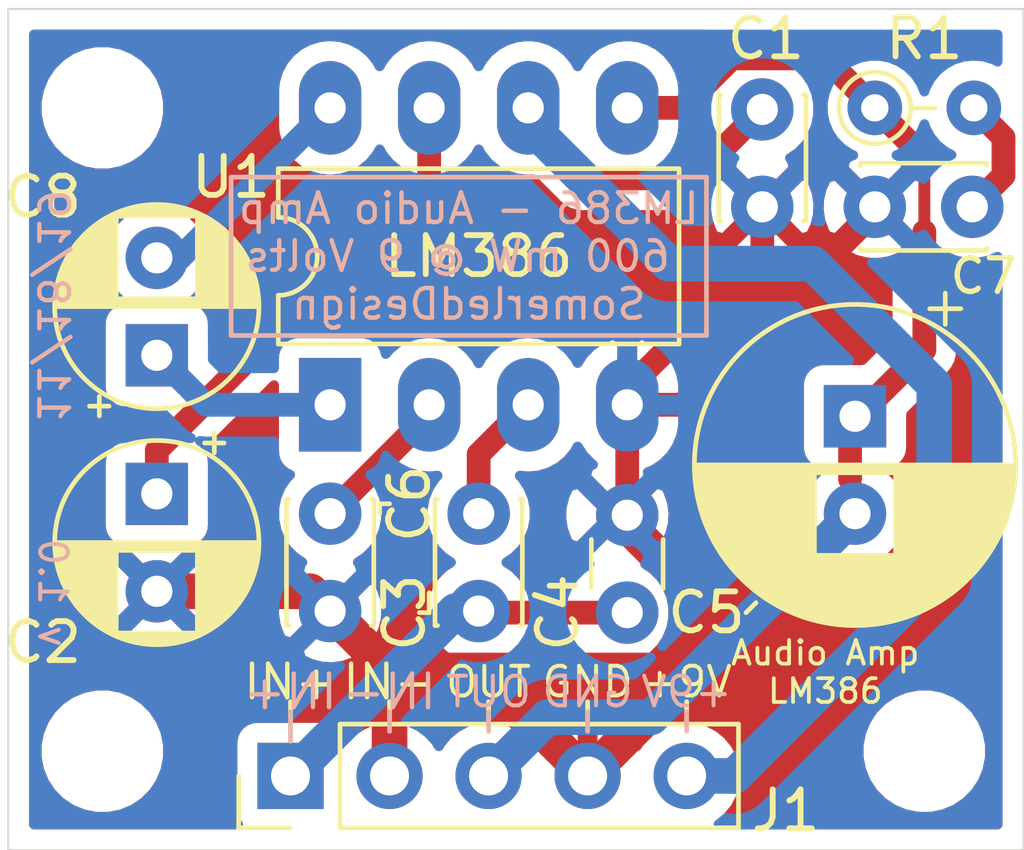
<source format=kicad_pcb>
(kicad_pcb (version 20171130) (host pcbnew "(5.1.4-0-10_14)")

  (general
    (thickness 1.6)
    (drawings 38)
    (tracks 62)
    (zones 0)
    (modules 14)
    (nets 12)
  )

  (page A4)
  (layers
    (0 F.Cu signal)
    (31 B.Cu signal)
    (32 B.Adhes user)
    (33 F.Adhes user)
    (34 B.Paste user)
    (35 F.Paste user)
    (36 B.SilkS user)
    (37 F.SilkS user)
    (38 B.Mask user)
    (39 F.Mask user)
    (40 Dwgs.User user)
    (41 Cmts.User user)
    (42 Eco1.User user)
    (43 Eco2.User user)
    (44 Edge.Cuts user)
    (45 Margin user)
    (46 B.CrtYd user)
    (47 F.CrtYd user)
    (48 B.Fab user hide)
    (49 F.Fab user hide)
  )

  (setup
    (last_trace_width 0.9144)
    (user_trace_width 0.3048)
    (user_trace_width 0.6096)
    (user_trace_width 0.9144)
    (trace_clearance 0.2)
    (zone_clearance 0.508)
    (zone_45_only no)
    (trace_min 0.1524)
    (via_size 0.8)
    (via_drill 0.4)
    (via_min_size 0.508)
    (via_min_drill 0.254)
    (user_via 0.508 0.254)
    (user_via 0.8128 0.4064)
    (uvia_size 0.508)
    (uvia_drill 0.254)
    (uvias_allowed no)
    (uvia_min_size 0.508)
    (uvia_min_drill 0.254)
    (edge_width 0.05)
    (segment_width 0.2)
    (pcb_text_width 0.3)
    (pcb_text_size 1.5 1.5)
    (mod_edge_width 0.12)
    (mod_text_size 1 1)
    (mod_text_width 0.15)
    (pad_size 1.524 1.524)
    (pad_drill 0.762)
    (pad_to_mask_clearance 0.051)
    (solder_mask_min_width 0.25)
    (aux_axis_origin 0 0)
    (visible_elements FFFFFF7F)
    (pcbplotparams
      (layerselection 0x010fc_ffffffff)
      (usegerberextensions false)
      (usegerberattributes false)
      (usegerberadvancedattributes false)
      (creategerberjobfile false)
      (excludeedgelayer true)
      (linewidth 0.100000)
      (plotframeref false)
      (viasonmask false)
      (mode 1)
      (useauxorigin false)
      (hpglpennumber 1)
      (hpglpenspeed 20)
      (hpglpendiameter 15.000000)
      (psnegative false)
      (psa4output false)
      (plotreference true)
      (plotvalue true)
      (plotinvisibletext false)
      (padsonsilk false)
      (subtractmaskfromsilk false)
      (outputformat 1)
      (mirror false)
      (drillshape 1)
      (scaleselection 1)
      (outputdirectory ""))
  )

  (net 0 "")
  (net 1 +9V)
  (net 2 INPUT-)
  (net 3 INPUT+)
  (net 4 OUTPUT)
  (net 5 "Net-(C2-Pad1)")
  (net 6 "Net-(C3-Pad1)")
  (net 7 "Net-(C5-Pad1)")
  (net 8 "Net-(C6-Pad1)")
  (net 9 "Net-(C7-Pad2)")
  (net 10 "Net-(C8-Pad2)")
  (net 11 "Net-(C8-Pad1)")

  (net_class Default "This is the default net class."
    (clearance 0.2)
    (trace_width 0.25)
    (via_dia 0.8)
    (via_drill 0.4)
    (uvia_dia 0.508)
    (uvia_drill 0.254)
    (add_net +9V)
    (add_net INPUT+)
    (add_net INPUT-)
    (add_net "Net-(C2-Pad1)")
    (add_net "Net-(C3-Pad1)")
    (add_net "Net-(C5-Pad1)")
    (add_net "Net-(C6-Pad1)")
    (add_net "Net-(C7-Pad2)")
    (add_net "Net-(C8-Pad1)")
    (add_net "Net-(C8-Pad2)")
    (add_net OUTPUT)
  )

  (module Package_DIP:DIP-8_W7.62mm_LongPads (layer F.Cu) (tedit 5A02E8C5) (tstamp 5DD34B0F)
    (at 177.8 114.3 90)
    (descr "8-lead though-hole mounted DIP package, row spacing 7.62 mm (300 mils), LongPads")
    (tags "THT DIP DIL PDIP 2.54mm 7.62mm 300mil LongPads")
    (path /5DD2DF9B)
    (fp_text reference U1 (at 5.842 -2.54) (layer F.SilkS)
      (effects (font (size 1 1) (thickness 0.15)))
    )
    (fp_text value LM386 (at 3.81 9.95 90) (layer F.Fab)
      (effects (font (size 1 1) (thickness 0.15)))
    )
    (fp_text user %R (at 3.758999 3.810599 90) (layer F.Fab)
      (effects (font (size 1 1) (thickness 0.15)))
    )
    (fp_line (start 9.1 -1.55) (end -1.45 -1.55) (layer F.CrtYd) (width 0.05))
    (fp_line (start 9.1 9.15) (end 9.1 -1.55) (layer F.CrtYd) (width 0.05))
    (fp_line (start -1.45 9.15) (end 9.1 9.15) (layer F.CrtYd) (width 0.05))
    (fp_line (start -1.45 -1.55) (end -1.45 9.15) (layer F.CrtYd) (width 0.05))
    (fp_line (start 6.06 -1.33) (end 4.81 -1.33) (layer F.SilkS) (width 0.12))
    (fp_line (start 6.06 8.95) (end 6.06 -1.33) (layer F.SilkS) (width 0.12))
    (fp_line (start 1.56 8.95) (end 6.06 8.95) (layer F.SilkS) (width 0.12))
    (fp_line (start 1.56 -1.33) (end 1.56 8.95) (layer F.SilkS) (width 0.12))
    (fp_line (start 2.81 -1.33) (end 1.56 -1.33) (layer F.SilkS) (width 0.12))
    (fp_line (start 0.635 -0.27) (end 1.635 -1.27) (layer F.Fab) (width 0.1))
    (fp_line (start 0.635 8.89) (end 0.635 -0.27) (layer F.Fab) (width 0.1))
    (fp_line (start 6.985 8.89) (end 0.635 8.89) (layer F.Fab) (width 0.1))
    (fp_line (start 6.985 -1.27) (end 6.985 8.89) (layer F.Fab) (width 0.1))
    (fp_line (start 1.635 -1.27) (end 6.985 -1.27) (layer F.Fab) (width 0.1))
    (fp_arc (start 3.81 -1.33) (end 2.81 -1.33) (angle -180) (layer F.SilkS) (width 0.12))
    (pad 8 thru_hole oval (at 7.62 0 90) (size 2.4 1.6) (drill 0.8) (layers *.Cu *.Mask)
      (net 10 "Net-(C8-Pad2)"))
    (pad 4 thru_hole oval (at 0 7.62 90) (size 2.4 1.6) (drill 0.8) (layers *.Cu *.Mask)
      (net 2 INPUT-))
    (pad 7 thru_hole oval (at 7.62 2.54 90) (size 2.4 1.6) (drill 0.8) (layers *.Cu *.Mask)
      (net 5 "Net-(C2-Pad1)"))
    (pad 3 thru_hole oval (at 0 5.08 90) (size 2.4 1.6) (drill 0.8) (layers *.Cu *.Mask)
      (net 6 "Net-(C3-Pad1)"))
    (pad 6 thru_hole oval (at 7.62 5.08 90) (size 2.4 1.6) (drill 0.8) (layers *.Cu *.Mask)
      (net 1 +9V))
    (pad 2 thru_hole oval (at 0 2.54 90) (size 2.4 1.6) (drill 0.8) (layers *.Cu *.Mask)
      (net 8 "Net-(C6-Pad1)"))
    (pad 5 thru_hole oval (at 7.62 7.62 90) (size 2.4 1.6) (drill 0.8) (layers *.Cu *.Mask)
      (net 7 "Net-(C5-Pad1)"))
    (pad 1 thru_hole rect (at 0 0 90) (size 2.4 1.6) (drill 0.8) (layers *.Cu *.Mask)
      (net 11 "Net-(C8-Pad1)"))
    (model ${KISYS3DMOD}/Package_DIP.3dshapes/DIP-8_W7.62mm.wrl
      (at (xyz 0 0 0))
      (scale (xyz 1 1 1))
      (rotate (xyz 0 0 0))
    )
  )

  (module MountingHole:MountingHole_2.1mm (layer F.Cu) (tedit 5B924765) (tstamp 5DD35FC3)
    (at 171.958 106.68)
    (descr "Mounting Hole 2.1mm, no annular")
    (tags "mounting hole 2.1mm no annular")
    (path /5DD3A011)
    (attr virtual)
    (fp_text reference H3 (at 3.048 1.778) (layer F.SilkS) hide
      (effects (font (size 1 1) (thickness 0.15)))
    )
    (fp_text value M2 (at 0 3.2) (layer F.Fab)
      (effects (font (size 1 1) (thickness 0.15)))
    )
    (fp_text user %R (at 0.3 0) (layer F.Fab)
      (effects (font (size 1 1) (thickness 0.15)))
    )
    (fp_circle (center 0 0) (end 2.1 0) (layer Cmts.User) (width 0.15))
    (fp_circle (center 0 0) (end 2.35 0) (layer F.CrtYd) (width 0.05))
    (pad "" np_thru_hole circle (at 0 0) (size 2.1 2.1) (drill 2.1) (layers *.Cu *.Mask))
  )

  (module Capacitor_THT:C_Disc_D3.0mm_W2.0mm_P2.50mm (layer F.Cu) (tedit 5AE50EF0) (tstamp 5DD348D3)
    (at 188.884201 109.22 90)
    (descr "C, Disc series, Radial, pin pitch=2.50mm, , diameter*width=3*2mm^2, Capacitor")
    (tags "C Disc series Radial pin pitch 2.50mm  diameter 3mm width 2mm Capacitor")
    (path /5DD3232D)
    (fp_text reference C1 (at 4.318 0.091799 180) (layer F.SilkS)
      (effects (font (size 1 1) (thickness 0.15)))
    )
    (fp_text value .27uF (at 1.25 2.25 90) (layer F.Fab)
      (effects (font (size 1 1) (thickness 0.15)))
    )
    (fp_text user %R (at 1.25 0 90) (layer F.Fab)
      (effects (font (size 0.6 0.6) (thickness 0.09)))
    )
    (fp_line (start 3.55 -1.25) (end -1.05 -1.25) (layer F.CrtYd) (width 0.05))
    (fp_line (start 3.55 1.25) (end 3.55 -1.25) (layer F.CrtYd) (width 0.05))
    (fp_line (start -1.05 1.25) (end 3.55 1.25) (layer F.CrtYd) (width 0.05))
    (fp_line (start -1.05 -1.25) (end -1.05 1.25) (layer F.CrtYd) (width 0.05))
    (fp_line (start 2.87 1.055) (end 2.87 1.12) (layer F.SilkS) (width 0.12))
    (fp_line (start 2.87 -1.12) (end 2.87 -1.055) (layer F.SilkS) (width 0.12))
    (fp_line (start -0.37 1.055) (end -0.37 1.12) (layer F.SilkS) (width 0.12))
    (fp_line (start -0.37 -1.12) (end -0.37 -1.055) (layer F.SilkS) (width 0.12))
    (fp_line (start -0.37 1.12) (end 2.87 1.12) (layer F.SilkS) (width 0.12))
    (fp_line (start -0.37 -1.12) (end 2.87 -1.12) (layer F.SilkS) (width 0.12))
    (fp_line (start 2.75 -1) (end -0.25 -1) (layer F.Fab) (width 0.1))
    (fp_line (start 2.75 1) (end 2.75 -1) (layer F.Fab) (width 0.1))
    (fp_line (start -0.25 1) (end 2.75 1) (layer F.Fab) (width 0.1))
    (fp_line (start -0.25 -1) (end -0.25 1) (layer F.Fab) (width 0.1))
    (pad 2 thru_hole circle (at 2.5 0 90) (size 1.6 1.6) (drill 0.8) (layers *.Cu *.Mask)
      (net 1 +9V))
    (pad 1 thru_hole circle (at 0 0 90) (size 1.6 1.6) (drill 0.8) (layers *.Cu *.Mask)
      (net 2 INPUT-))
    (model ${KISYS3DMOD}/Capacitor_THT.3dshapes/C_Disc_D3.0mm_W2.0mm_P2.50mm.wrl
      (at (xyz 0 0 0))
      (scale (xyz 1 1 1))
      (rotate (xyz 0 0 0))
    )
  )

  (module Capacitor_THT:CP_Radial_D5.0mm_P2.50mm (layer F.Cu) (tedit 5AE50EF0) (tstamp 5DD34957)
    (at 173.355 116.586 270)
    (descr "CP, Radial series, Radial, pin pitch=2.50mm, , diameter=5mm, Electrolytic Capacitor")
    (tags "CP Radial series Radial pin pitch 2.50mm  diameter 5mm Electrolytic Capacitor")
    (path /5DD3C8B0)
    (fp_text reference C2 (at 3.81 2.921 180) (layer F.SilkS)
      (effects (font (size 1 1) (thickness 0.15)))
    )
    (fp_text value 10uF (at 1.25 3.75 90) (layer F.Fab)
      (effects (font (size 1 1) (thickness 0.15)))
    )
    (fp_circle (center 1.25 0) (end 3.75 0) (layer F.Fab) (width 0.1))
    (fp_circle (center 1.25 0) (end 3.87 0) (layer F.SilkS) (width 0.12))
    (fp_circle (center 1.25 0) (end 4 0) (layer F.CrtYd) (width 0.05))
    (fp_line (start -0.883605 -1.0875) (end -0.383605 -1.0875) (layer F.Fab) (width 0.1))
    (fp_line (start -0.633605 -1.3375) (end -0.633605 -0.8375) (layer F.Fab) (width 0.1))
    (fp_line (start 1.25 -2.58) (end 1.25 2.58) (layer F.SilkS) (width 0.12))
    (fp_line (start 1.29 -2.58) (end 1.29 2.58) (layer F.SilkS) (width 0.12))
    (fp_line (start 1.33 -2.579) (end 1.33 2.579) (layer F.SilkS) (width 0.12))
    (fp_line (start 1.37 -2.578) (end 1.37 2.578) (layer F.SilkS) (width 0.12))
    (fp_line (start 1.41 -2.576) (end 1.41 2.576) (layer F.SilkS) (width 0.12))
    (fp_line (start 1.45 -2.573) (end 1.45 2.573) (layer F.SilkS) (width 0.12))
    (fp_line (start 1.49 -2.569) (end 1.49 -1.04) (layer F.SilkS) (width 0.12))
    (fp_line (start 1.49 1.04) (end 1.49 2.569) (layer F.SilkS) (width 0.12))
    (fp_line (start 1.53 -2.565) (end 1.53 -1.04) (layer F.SilkS) (width 0.12))
    (fp_line (start 1.53 1.04) (end 1.53 2.565) (layer F.SilkS) (width 0.12))
    (fp_line (start 1.57 -2.561) (end 1.57 -1.04) (layer F.SilkS) (width 0.12))
    (fp_line (start 1.57 1.04) (end 1.57 2.561) (layer F.SilkS) (width 0.12))
    (fp_line (start 1.61 -2.556) (end 1.61 -1.04) (layer F.SilkS) (width 0.12))
    (fp_line (start 1.61 1.04) (end 1.61 2.556) (layer F.SilkS) (width 0.12))
    (fp_line (start 1.65 -2.55) (end 1.65 -1.04) (layer F.SilkS) (width 0.12))
    (fp_line (start 1.65 1.04) (end 1.65 2.55) (layer F.SilkS) (width 0.12))
    (fp_line (start 1.69 -2.543) (end 1.69 -1.04) (layer F.SilkS) (width 0.12))
    (fp_line (start 1.69 1.04) (end 1.69 2.543) (layer F.SilkS) (width 0.12))
    (fp_line (start 1.73 -2.536) (end 1.73 -1.04) (layer F.SilkS) (width 0.12))
    (fp_line (start 1.73 1.04) (end 1.73 2.536) (layer F.SilkS) (width 0.12))
    (fp_line (start 1.77 -2.528) (end 1.77 -1.04) (layer F.SilkS) (width 0.12))
    (fp_line (start 1.77 1.04) (end 1.77 2.528) (layer F.SilkS) (width 0.12))
    (fp_line (start 1.81 -2.52) (end 1.81 -1.04) (layer F.SilkS) (width 0.12))
    (fp_line (start 1.81 1.04) (end 1.81 2.52) (layer F.SilkS) (width 0.12))
    (fp_line (start 1.85 -2.511) (end 1.85 -1.04) (layer F.SilkS) (width 0.12))
    (fp_line (start 1.85 1.04) (end 1.85 2.511) (layer F.SilkS) (width 0.12))
    (fp_line (start 1.89 -2.501) (end 1.89 -1.04) (layer F.SilkS) (width 0.12))
    (fp_line (start 1.89 1.04) (end 1.89 2.501) (layer F.SilkS) (width 0.12))
    (fp_line (start 1.93 -2.491) (end 1.93 -1.04) (layer F.SilkS) (width 0.12))
    (fp_line (start 1.93 1.04) (end 1.93 2.491) (layer F.SilkS) (width 0.12))
    (fp_line (start 1.971 -2.48) (end 1.971 -1.04) (layer F.SilkS) (width 0.12))
    (fp_line (start 1.971 1.04) (end 1.971 2.48) (layer F.SilkS) (width 0.12))
    (fp_line (start 2.011 -2.468) (end 2.011 -1.04) (layer F.SilkS) (width 0.12))
    (fp_line (start 2.011 1.04) (end 2.011 2.468) (layer F.SilkS) (width 0.12))
    (fp_line (start 2.051 -2.455) (end 2.051 -1.04) (layer F.SilkS) (width 0.12))
    (fp_line (start 2.051 1.04) (end 2.051 2.455) (layer F.SilkS) (width 0.12))
    (fp_line (start 2.091 -2.442) (end 2.091 -1.04) (layer F.SilkS) (width 0.12))
    (fp_line (start 2.091 1.04) (end 2.091 2.442) (layer F.SilkS) (width 0.12))
    (fp_line (start 2.131 -2.428) (end 2.131 -1.04) (layer F.SilkS) (width 0.12))
    (fp_line (start 2.131 1.04) (end 2.131 2.428) (layer F.SilkS) (width 0.12))
    (fp_line (start 2.171 -2.414) (end 2.171 -1.04) (layer F.SilkS) (width 0.12))
    (fp_line (start 2.171 1.04) (end 2.171 2.414) (layer F.SilkS) (width 0.12))
    (fp_line (start 2.211 -2.398) (end 2.211 -1.04) (layer F.SilkS) (width 0.12))
    (fp_line (start 2.211 1.04) (end 2.211 2.398) (layer F.SilkS) (width 0.12))
    (fp_line (start 2.251 -2.382) (end 2.251 -1.04) (layer F.SilkS) (width 0.12))
    (fp_line (start 2.251 1.04) (end 2.251 2.382) (layer F.SilkS) (width 0.12))
    (fp_line (start 2.291 -2.365) (end 2.291 -1.04) (layer F.SilkS) (width 0.12))
    (fp_line (start 2.291 1.04) (end 2.291 2.365) (layer F.SilkS) (width 0.12))
    (fp_line (start 2.331 -2.348) (end 2.331 -1.04) (layer F.SilkS) (width 0.12))
    (fp_line (start 2.331 1.04) (end 2.331 2.348) (layer F.SilkS) (width 0.12))
    (fp_line (start 2.371 -2.329) (end 2.371 -1.04) (layer F.SilkS) (width 0.12))
    (fp_line (start 2.371 1.04) (end 2.371 2.329) (layer F.SilkS) (width 0.12))
    (fp_line (start 2.411 -2.31) (end 2.411 -1.04) (layer F.SilkS) (width 0.12))
    (fp_line (start 2.411 1.04) (end 2.411 2.31) (layer F.SilkS) (width 0.12))
    (fp_line (start 2.451 -2.29) (end 2.451 -1.04) (layer F.SilkS) (width 0.12))
    (fp_line (start 2.451 1.04) (end 2.451 2.29) (layer F.SilkS) (width 0.12))
    (fp_line (start 2.491 -2.268) (end 2.491 -1.04) (layer F.SilkS) (width 0.12))
    (fp_line (start 2.491 1.04) (end 2.491 2.268) (layer F.SilkS) (width 0.12))
    (fp_line (start 2.531 -2.247) (end 2.531 -1.04) (layer F.SilkS) (width 0.12))
    (fp_line (start 2.531 1.04) (end 2.531 2.247) (layer F.SilkS) (width 0.12))
    (fp_line (start 2.571 -2.224) (end 2.571 -1.04) (layer F.SilkS) (width 0.12))
    (fp_line (start 2.571 1.04) (end 2.571 2.224) (layer F.SilkS) (width 0.12))
    (fp_line (start 2.611 -2.2) (end 2.611 -1.04) (layer F.SilkS) (width 0.12))
    (fp_line (start 2.611 1.04) (end 2.611 2.2) (layer F.SilkS) (width 0.12))
    (fp_line (start 2.651 -2.175) (end 2.651 -1.04) (layer F.SilkS) (width 0.12))
    (fp_line (start 2.651 1.04) (end 2.651 2.175) (layer F.SilkS) (width 0.12))
    (fp_line (start 2.691 -2.149) (end 2.691 -1.04) (layer F.SilkS) (width 0.12))
    (fp_line (start 2.691 1.04) (end 2.691 2.149) (layer F.SilkS) (width 0.12))
    (fp_line (start 2.731 -2.122) (end 2.731 -1.04) (layer F.SilkS) (width 0.12))
    (fp_line (start 2.731 1.04) (end 2.731 2.122) (layer F.SilkS) (width 0.12))
    (fp_line (start 2.771 -2.095) (end 2.771 -1.04) (layer F.SilkS) (width 0.12))
    (fp_line (start 2.771 1.04) (end 2.771 2.095) (layer F.SilkS) (width 0.12))
    (fp_line (start 2.811 -2.065) (end 2.811 -1.04) (layer F.SilkS) (width 0.12))
    (fp_line (start 2.811 1.04) (end 2.811 2.065) (layer F.SilkS) (width 0.12))
    (fp_line (start 2.851 -2.035) (end 2.851 -1.04) (layer F.SilkS) (width 0.12))
    (fp_line (start 2.851 1.04) (end 2.851 2.035) (layer F.SilkS) (width 0.12))
    (fp_line (start 2.891 -2.004) (end 2.891 -1.04) (layer F.SilkS) (width 0.12))
    (fp_line (start 2.891 1.04) (end 2.891 2.004) (layer F.SilkS) (width 0.12))
    (fp_line (start 2.931 -1.971) (end 2.931 -1.04) (layer F.SilkS) (width 0.12))
    (fp_line (start 2.931 1.04) (end 2.931 1.971) (layer F.SilkS) (width 0.12))
    (fp_line (start 2.971 -1.937) (end 2.971 -1.04) (layer F.SilkS) (width 0.12))
    (fp_line (start 2.971 1.04) (end 2.971 1.937) (layer F.SilkS) (width 0.12))
    (fp_line (start 3.011 -1.901) (end 3.011 -1.04) (layer F.SilkS) (width 0.12))
    (fp_line (start 3.011 1.04) (end 3.011 1.901) (layer F.SilkS) (width 0.12))
    (fp_line (start 3.051 -1.864) (end 3.051 -1.04) (layer F.SilkS) (width 0.12))
    (fp_line (start 3.051 1.04) (end 3.051 1.864) (layer F.SilkS) (width 0.12))
    (fp_line (start 3.091 -1.826) (end 3.091 -1.04) (layer F.SilkS) (width 0.12))
    (fp_line (start 3.091 1.04) (end 3.091 1.826) (layer F.SilkS) (width 0.12))
    (fp_line (start 3.131 -1.785) (end 3.131 -1.04) (layer F.SilkS) (width 0.12))
    (fp_line (start 3.131 1.04) (end 3.131 1.785) (layer F.SilkS) (width 0.12))
    (fp_line (start 3.171 -1.743) (end 3.171 -1.04) (layer F.SilkS) (width 0.12))
    (fp_line (start 3.171 1.04) (end 3.171 1.743) (layer F.SilkS) (width 0.12))
    (fp_line (start 3.211 -1.699) (end 3.211 -1.04) (layer F.SilkS) (width 0.12))
    (fp_line (start 3.211 1.04) (end 3.211 1.699) (layer F.SilkS) (width 0.12))
    (fp_line (start 3.251 -1.653) (end 3.251 -1.04) (layer F.SilkS) (width 0.12))
    (fp_line (start 3.251 1.04) (end 3.251 1.653) (layer F.SilkS) (width 0.12))
    (fp_line (start 3.291 -1.605) (end 3.291 -1.04) (layer F.SilkS) (width 0.12))
    (fp_line (start 3.291 1.04) (end 3.291 1.605) (layer F.SilkS) (width 0.12))
    (fp_line (start 3.331 -1.554) (end 3.331 -1.04) (layer F.SilkS) (width 0.12))
    (fp_line (start 3.331 1.04) (end 3.331 1.554) (layer F.SilkS) (width 0.12))
    (fp_line (start 3.371 -1.5) (end 3.371 -1.04) (layer F.SilkS) (width 0.12))
    (fp_line (start 3.371 1.04) (end 3.371 1.5) (layer F.SilkS) (width 0.12))
    (fp_line (start 3.411 -1.443) (end 3.411 -1.04) (layer F.SilkS) (width 0.12))
    (fp_line (start 3.411 1.04) (end 3.411 1.443) (layer F.SilkS) (width 0.12))
    (fp_line (start 3.451 -1.383) (end 3.451 -1.04) (layer F.SilkS) (width 0.12))
    (fp_line (start 3.451 1.04) (end 3.451 1.383) (layer F.SilkS) (width 0.12))
    (fp_line (start 3.491 -1.319) (end 3.491 -1.04) (layer F.SilkS) (width 0.12))
    (fp_line (start 3.491 1.04) (end 3.491 1.319) (layer F.SilkS) (width 0.12))
    (fp_line (start 3.531 -1.251) (end 3.531 -1.04) (layer F.SilkS) (width 0.12))
    (fp_line (start 3.531 1.04) (end 3.531 1.251) (layer F.SilkS) (width 0.12))
    (fp_line (start 3.571 -1.178) (end 3.571 1.178) (layer F.SilkS) (width 0.12))
    (fp_line (start 3.611 -1.098) (end 3.611 1.098) (layer F.SilkS) (width 0.12))
    (fp_line (start 3.651 -1.011) (end 3.651 1.011) (layer F.SilkS) (width 0.12))
    (fp_line (start 3.691 -0.915) (end 3.691 0.915) (layer F.SilkS) (width 0.12))
    (fp_line (start 3.731 -0.805) (end 3.731 0.805) (layer F.SilkS) (width 0.12))
    (fp_line (start 3.771 -0.677) (end 3.771 0.677) (layer F.SilkS) (width 0.12))
    (fp_line (start 3.811 -0.518) (end 3.811 0.518) (layer F.SilkS) (width 0.12))
    (fp_line (start 3.851 -0.284) (end 3.851 0.284) (layer F.SilkS) (width 0.12))
    (fp_line (start -1.554775 -1.475) (end -1.054775 -1.475) (layer F.SilkS) (width 0.12))
    (fp_line (start -1.304775 -1.725) (end -1.304775 -1.225) (layer F.SilkS) (width 0.12))
    (fp_text user %R (at 1.25 0 90) (layer F.Fab)
      (effects (font (size 1 1) (thickness 0.15)))
    )
    (pad 1 thru_hole rect (at 0 0 270) (size 1.6 1.6) (drill 0.8) (layers *.Cu *.Mask)
      (net 5 "Net-(C2-Pad1)"))
    (pad 2 thru_hole circle (at 2.5 0 270) (size 1.6 1.6) (drill 0.8) (layers *.Cu *.Mask)
      (net 2 INPUT-))
    (model ${KISYS3DMOD}/Capacitor_THT.3dshapes/CP_Radial_D5.0mm_P2.50mm.wrl
      (at (xyz 0 0 0))
      (scale (xyz 1 1 1))
      (rotate (xyz 0 0 0))
    )
  )

  (module Capacitor_THT:C_Disc_D3.0mm_W2.0mm_P2.50mm (layer F.Cu) (tedit 5AE50EF0) (tstamp 5DD3496C)
    (at 181.61 117.094 270)
    (descr "C, Disc series, Radial, pin pitch=2.50mm, , diameter*width=3*2mm^2, Capacitor")
    (tags "C Disc series Radial pin pitch 2.50mm  diameter 3mm width 2mm Capacitor")
    (path /5DD3013D)
    (fp_text reference C3 (at 2.54 1.905 90) (layer F.SilkS)
      (effects (font (size 1 1) (thickness 0.15)))
    )
    (fp_text value .27uF (at 1.25 2.25 90) (layer F.Fab)
      (effects (font (size 1 1) (thickness 0.15)))
    )
    (fp_line (start -0.25 -1) (end -0.25 1) (layer F.Fab) (width 0.1))
    (fp_line (start -0.25 1) (end 2.75 1) (layer F.Fab) (width 0.1))
    (fp_line (start 2.75 1) (end 2.75 -1) (layer F.Fab) (width 0.1))
    (fp_line (start 2.75 -1) (end -0.25 -1) (layer F.Fab) (width 0.1))
    (fp_line (start -0.37 -1.12) (end 2.87 -1.12) (layer F.SilkS) (width 0.12))
    (fp_line (start -0.37 1.12) (end 2.87 1.12) (layer F.SilkS) (width 0.12))
    (fp_line (start -0.37 -1.12) (end -0.37 -1.055) (layer F.SilkS) (width 0.12))
    (fp_line (start -0.37 1.055) (end -0.37 1.12) (layer F.SilkS) (width 0.12))
    (fp_line (start 2.87 -1.12) (end 2.87 -1.055) (layer F.SilkS) (width 0.12))
    (fp_line (start 2.87 1.055) (end 2.87 1.12) (layer F.SilkS) (width 0.12))
    (fp_line (start -1.05 -1.25) (end -1.05 1.25) (layer F.CrtYd) (width 0.05))
    (fp_line (start -1.05 1.25) (end 3.55 1.25) (layer F.CrtYd) (width 0.05))
    (fp_line (start 3.55 1.25) (end 3.55 -1.25) (layer F.CrtYd) (width 0.05))
    (fp_line (start 3.55 -1.25) (end -1.05 -1.25) (layer F.CrtYd) (width 0.05))
    (fp_text user %R (at 1.25 0 90) (layer F.Fab)
      (effects (font (size 0.6 0.6) (thickness 0.09)))
    )
    (pad 1 thru_hole circle (at 0 0 270) (size 1.6 1.6) (drill 0.8) (layers *.Cu *.Mask)
      (net 6 "Net-(C3-Pad1)"))
    (pad 2 thru_hole circle (at 2.5 0 270) (size 1.6 1.6) (drill 0.8) (layers *.Cu *.Mask)
      (net 3 INPUT+))
    (model ${KISYS3DMOD}/Capacitor_THT.3dshapes/C_Disc_D3.0mm_W2.0mm_P2.50mm.wrl
      (at (xyz 0 0 0))
      (scale (xyz 1 1 1))
      (rotate (xyz 0 0 0))
    )
  )

  (module Capacitor_THT:C_Disc_D3.0mm_W1.6mm_P2.50mm (layer F.Cu) (tedit 5AE50EF0) (tstamp 5DD37601)
    (at 185.42 119.634 90)
    (descr "C, Disc series, Radial, pin pitch=2.50mm, , diameter*width=3.0*1.6mm^2, Capacitor, http://www.vishay.com/docs/45233/krseries.pdf")
    (tags "C Disc series Radial pin pitch 2.50mm  diameter 3.0mm width 1.6mm Capacitor")
    (path /5DD2F492)
    (fp_text reference C4 (at 0 -1.778 90) (layer F.SilkS)
      (effects (font (size 1 1) (thickness 0.14986)))
    )
    (fp_text value 47pF (at 1.25 2.05 90) (layer F.Fab)
      (effects (font (size 1 1) (thickness 0.15)))
    )
    (fp_line (start -0.25 -0.8) (end -0.25 0.8) (layer F.Fab) (width 0.1))
    (fp_line (start -0.25 0.8) (end 2.75 0.8) (layer F.Fab) (width 0.1))
    (fp_line (start 2.75 0.8) (end 2.75 -0.8) (layer F.Fab) (width 0.1))
    (fp_line (start 2.75 -0.8) (end -0.25 -0.8) (layer F.Fab) (width 0.1))
    (fp_line (start 0.621 -0.92) (end 1.879 -0.92) (layer F.SilkS) (width 0.12))
    (fp_line (start 0.621 0.92) (end 1.879 0.92) (layer F.SilkS) (width 0.12))
    (fp_line (start -1.05 -1.05) (end -1.05 1.05) (layer F.CrtYd) (width 0.05))
    (fp_line (start -1.05 1.05) (end 3.55 1.05) (layer F.CrtYd) (width 0.05))
    (fp_line (start 3.55 1.05) (end 3.55 -1.05) (layer F.CrtYd) (width 0.05))
    (fp_line (start 3.55 -1.05) (end -1.05 -1.05) (layer F.CrtYd) (width 0.05))
    (fp_text user %R (at 1.25 0 90) (layer F.Fab)
      (effects (font (size 0.6 0.6) (thickness 0.09)))
    )
    (pad 1 thru_hole circle (at 0 0 90) (size 1.6 1.6) (drill 0.8) (layers *.Cu *.Mask)
      (net 3 INPUT+))
    (pad 2 thru_hole circle (at 2.5 0 90) (size 1.6 1.6) (drill 0.8) (layers *.Cu *.Mask)
      (net 2 INPUT-))
    (model ${KISYS3DMOD}/Capacitor_THT.3dshapes/C_Disc_D3.0mm_W1.6mm_P2.50mm.wrl
      (at (xyz 0 0 0))
      (scale (xyz 1 1 1))
      (rotate (xyz 0 0 0))
    )
  )

  (module Capacitor_THT:CP_Radial_D8.0mm_P2.50mm (layer F.Cu) (tedit 5AE50EF0) (tstamp 5DD34A26)
    (at 191.262 114.594 270)
    (descr "CP, Radial series, Radial, pin pitch=2.50mm, , diameter=8mm, Electrolytic Capacitor")
    (tags "CP Radial series Radial pin pitch 2.50mm  diameter 8mm Electrolytic Capacitor")
    (path /5DD3E01F)
    (fp_text reference C5 (at 5.04 3.81 180) (layer F.SilkS)
      (effects (font (size 1 1) (thickness 0.15)))
    )
    (fp_text value 470uF (at 1.25 5.25 90) (layer F.Fab)
      (effects (font (size 1 1) (thickness 0.15)))
    )
    (fp_circle (center 1.25 0) (end 5.25 0) (layer F.Fab) (width 0.1))
    (fp_circle (center 1.25 0) (end 5.37 0) (layer F.SilkS) (width 0.12))
    (fp_circle (center 1.25 0) (end 5.5 0) (layer F.CrtYd) (width 0.05))
    (fp_line (start -2.176759 -1.7475) (end -1.376759 -1.7475) (layer F.Fab) (width 0.1))
    (fp_line (start -1.776759 -2.1475) (end -1.776759 -1.3475) (layer F.Fab) (width 0.1))
    (fp_line (start 1.25 -4.08) (end 1.25 4.08) (layer F.SilkS) (width 0.12))
    (fp_line (start 1.29 -4.08) (end 1.29 4.08) (layer F.SilkS) (width 0.12))
    (fp_line (start 1.33 -4.08) (end 1.33 4.08) (layer F.SilkS) (width 0.12))
    (fp_line (start 1.37 -4.079) (end 1.37 4.079) (layer F.SilkS) (width 0.12))
    (fp_line (start 1.41 -4.077) (end 1.41 4.077) (layer F.SilkS) (width 0.12))
    (fp_line (start 1.45 -4.076) (end 1.45 4.076) (layer F.SilkS) (width 0.12))
    (fp_line (start 1.49 -4.074) (end 1.49 -1.04) (layer F.SilkS) (width 0.12))
    (fp_line (start 1.49 1.04) (end 1.49 4.074) (layer F.SilkS) (width 0.12))
    (fp_line (start 1.53 -4.071) (end 1.53 -1.04) (layer F.SilkS) (width 0.12))
    (fp_line (start 1.53 1.04) (end 1.53 4.071) (layer F.SilkS) (width 0.12))
    (fp_line (start 1.57 -4.068) (end 1.57 -1.04) (layer F.SilkS) (width 0.12))
    (fp_line (start 1.57 1.04) (end 1.57 4.068) (layer F.SilkS) (width 0.12))
    (fp_line (start 1.61 -4.065) (end 1.61 -1.04) (layer F.SilkS) (width 0.12))
    (fp_line (start 1.61 1.04) (end 1.61 4.065) (layer F.SilkS) (width 0.12))
    (fp_line (start 1.65 -4.061) (end 1.65 -1.04) (layer F.SilkS) (width 0.12))
    (fp_line (start 1.65 1.04) (end 1.65 4.061) (layer F.SilkS) (width 0.12))
    (fp_line (start 1.69 -4.057) (end 1.69 -1.04) (layer F.SilkS) (width 0.12))
    (fp_line (start 1.69 1.04) (end 1.69 4.057) (layer F.SilkS) (width 0.12))
    (fp_line (start 1.73 -4.052) (end 1.73 -1.04) (layer F.SilkS) (width 0.12))
    (fp_line (start 1.73 1.04) (end 1.73 4.052) (layer F.SilkS) (width 0.12))
    (fp_line (start 1.77 -4.048) (end 1.77 -1.04) (layer F.SilkS) (width 0.12))
    (fp_line (start 1.77 1.04) (end 1.77 4.048) (layer F.SilkS) (width 0.12))
    (fp_line (start 1.81 -4.042) (end 1.81 -1.04) (layer F.SilkS) (width 0.12))
    (fp_line (start 1.81 1.04) (end 1.81 4.042) (layer F.SilkS) (width 0.12))
    (fp_line (start 1.85 -4.037) (end 1.85 -1.04) (layer F.SilkS) (width 0.12))
    (fp_line (start 1.85 1.04) (end 1.85 4.037) (layer F.SilkS) (width 0.12))
    (fp_line (start 1.89 -4.03) (end 1.89 -1.04) (layer F.SilkS) (width 0.12))
    (fp_line (start 1.89 1.04) (end 1.89 4.03) (layer F.SilkS) (width 0.12))
    (fp_line (start 1.93 -4.024) (end 1.93 -1.04) (layer F.SilkS) (width 0.12))
    (fp_line (start 1.93 1.04) (end 1.93 4.024) (layer F.SilkS) (width 0.12))
    (fp_line (start 1.971 -4.017) (end 1.971 -1.04) (layer F.SilkS) (width 0.12))
    (fp_line (start 1.971 1.04) (end 1.971 4.017) (layer F.SilkS) (width 0.12))
    (fp_line (start 2.011 -4.01) (end 2.011 -1.04) (layer F.SilkS) (width 0.12))
    (fp_line (start 2.011 1.04) (end 2.011 4.01) (layer F.SilkS) (width 0.12))
    (fp_line (start 2.051 -4.002) (end 2.051 -1.04) (layer F.SilkS) (width 0.12))
    (fp_line (start 2.051 1.04) (end 2.051 4.002) (layer F.SilkS) (width 0.12))
    (fp_line (start 2.091 -3.994) (end 2.091 -1.04) (layer F.SilkS) (width 0.12))
    (fp_line (start 2.091 1.04) (end 2.091 3.994) (layer F.SilkS) (width 0.12))
    (fp_line (start 2.131 -3.985) (end 2.131 -1.04) (layer F.SilkS) (width 0.12))
    (fp_line (start 2.131 1.04) (end 2.131 3.985) (layer F.SilkS) (width 0.12))
    (fp_line (start 2.171 -3.976) (end 2.171 -1.04) (layer F.SilkS) (width 0.12))
    (fp_line (start 2.171 1.04) (end 2.171 3.976) (layer F.SilkS) (width 0.12))
    (fp_line (start 2.211 -3.967) (end 2.211 -1.04) (layer F.SilkS) (width 0.12))
    (fp_line (start 2.211 1.04) (end 2.211 3.967) (layer F.SilkS) (width 0.12))
    (fp_line (start 2.251 -3.957) (end 2.251 -1.04) (layer F.SilkS) (width 0.12))
    (fp_line (start 2.251 1.04) (end 2.251 3.957) (layer F.SilkS) (width 0.12))
    (fp_line (start 2.291 -3.947) (end 2.291 -1.04) (layer F.SilkS) (width 0.12))
    (fp_line (start 2.291 1.04) (end 2.291 3.947) (layer F.SilkS) (width 0.12))
    (fp_line (start 2.331 -3.936) (end 2.331 -1.04) (layer F.SilkS) (width 0.12))
    (fp_line (start 2.331 1.04) (end 2.331 3.936) (layer F.SilkS) (width 0.12))
    (fp_line (start 2.371 -3.925) (end 2.371 -1.04) (layer F.SilkS) (width 0.12))
    (fp_line (start 2.371 1.04) (end 2.371 3.925) (layer F.SilkS) (width 0.12))
    (fp_line (start 2.411 -3.914) (end 2.411 -1.04) (layer F.SilkS) (width 0.12))
    (fp_line (start 2.411 1.04) (end 2.411 3.914) (layer F.SilkS) (width 0.12))
    (fp_line (start 2.451 -3.902) (end 2.451 -1.04) (layer F.SilkS) (width 0.12))
    (fp_line (start 2.451 1.04) (end 2.451 3.902) (layer F.SilkS) (width 0.12))
    (fp_line (start 2.491 -3.889) (end 2.491 -1.04) (layer F.SilkS) (width 0.12))
    (fp_line (start 2.491 1.04) (end 2.491 3.889) (layer F.SilkS) (width 0.12))
    (fp_line (start 2.531 -3.877) (end 2.531 -1.04) (layer F.SilkS) (width 0.12))
    (fp_line (start 2.531 1.04) (end 2.531 3.877) (layer F.SilkS) (width 0.12))
    (fp_line (start 2.571 -3.863) (end 2.571 -1.04) (layer F.SilkS) (width 0.12))
    (fp_line (start 2.571 1.04) (end 2.571 3.863) (layer F.SilkS) (width 0.12))
    (fp_line (start 2.611 -3.85) (end 2.611 -1.04) (layer F.SilkS) (width 0.12))
    (fp_line (start 2.611 1.04) (end 2.611 3.85) (layer F.SilkS) (width 0.12))
    (fp_line (start 2.651 -3.835) (end 2.651 -1.04) (layer F.SilkS) (width 0.12))
    (fp_line (start 2.651 1.04) (end 2.651 3.835) (layer F.SilkS) (width 0.12))
    (fp_line (start 2.691 -3.821) (end 2.691 -1.04) (layer F.SilkS) (width 0.12))
    (fp_line (start 2.691 1.04) (end 2.691 3.821) (layer F.SilkS) (width 0.12))
    (fp_line (start 2.731 -3.805) (end 2.731 -1.04) (layer F.SilkS) (width 0.12))
    (fp_line (start 2.731 1.04) (end 2.731 3.805) (layer F.SilkS) (width 0.12))
    (fp_line (start 2.771 -3.79) (end 2.771 -1.04) (layer F.SilkS) (width 0.12))
    (fp_line (start 2.771 1.04) (end 2.771 3.79) (layer F.SilkS) (width 0.12))
    (fp_line (start 2.811 -3.774) (end 2.811 -1.04) (layer F.SilkS) (width 0.12))
    (fp_line (start 2.811 1.04) (end 2.811 3.774) (layer F.SilkS) (width 0.12))
    (fp_line (start 2.851 -3.757) (end 2.851 -1.04) (layer F.SilkS) (width 0.12))
    (fp_line (start 2.851 1.04) (end 2.851 3.757) (layer F.SilkS) (width 0.12))
    (fp_line (start 2.891 -3.74) (end 2.891 -1.04) (layer F.SilkS) (width 0.12))
    (fp_line (start 2.891 1.04) (end 2.891 3.74) (layer F.SilkS) (width 0.12))
    (fp_line (start 2.931 -3.722) (end 2.931 -1.04) (layer F.SilkS) (width 0.12))
    (fp_line (start 2.931 1.04) (end 2.931 3.722) (layer F.SilkS) (width 0.12))
    (fp_line (start 2.971 -3.704) (end 2.971 -1.04) (layer F.SilkS) (width 0.12))
    (fp_line (start 2.971 1.04) (end 2.971 3.704) (layer F.SilkS) (width 0.12))
    (fp_line (start 3.011 -3.686) (end 3.011 -1.04) (layer F.SilkS) (width 0.12))
    (fp_line (start 3.011 1.04) (end 3.011 3.686) (layer F.SilkS) (width 0.12))
    (fp_line (start 3.051 -3.666) (end 3.051 -1.04) (layer F.SilkS) (width 0.12))
    (fp_line (start 3.051 1.04) (end 3.051 3.666) (layer F.SilkS) (width 0.12))
    (fp_line (start 3.091 -3.647) (end 3.091 -1.04) (layer F.SilkS) (width 0.12))
    (fp_line (start 3.091 1.04) (end 3.091 3.647) (layer F.SilkS) (width 0.12))
    (fp_line (start 3.131 -3.627) (end 3.131 -1.04) (layer F.SilkS) (width 0.12))
    (fp_line (start 3.131 1.04) (end 3.131 3.627) (layer F.SilkS) (width 0.12))
    (fp_line (start 3.171 -3.606) (end 3.171 -1.04) (layer F.SilkS) (width 0.12))
    (fp_line (start 3.171 1.04) (end 3.171 3.606) (layer F.SilkS) (width 0.12))
    (fp_line (start 3.211 -3.584) (end 3.211 -1.04) (layer F.SilkS) (width 0.12))
    (fp_line (start 3.211 1.04) (end 3.211 3.584) (layer F.SilkS) (width 0.12))
    (fp_line (start 3.251 -3.562) (end 3.251 -1.04) (layer F.SilkS) (width 0.12))
    (fp_line (start 3.251 1.04) (end 3.251 3.562) (layer F.SilkS) (width 0.12))
    (fp_line (start 3.291 -3.54) (end 3.291 -1.04) (layer F.SilkS) (width 0.12))
    (fp_line (start 3.291 1.04) (end 3.291 3.54) (layer F.SilkS) (width 0.12))
    (fp_line (start 3.331 -3.517) (end 3.331 -1.04) (layer F.SilkS) (width 0.12))
    (fp_line (start 3.331 1.04) (end 3.331 3.517) (layer F.SilkS) (width 0.12))
    (fp_line (start 3.371 -3.493) (end 3.371 -1.04) (layer F.SilkS) (width 0.12))
    (fp_line (start 3.371 1.04) (end 3.371 3.493) (layer F.SilkS) (width 0.12))
    (fp_line (start 3.411 -3.469) (end 3.411 -1.04) (layer F.SilkS) (width 0.12))
    (fp_line (start 3.411 1.04) (end 3.411 3.469) (layer F.SilkS) (width 0.12))
    (fp_line (start 3.451 -3.444) (end 3.451 -1.04) (layer F.SilkS) (width 0.12))
    (fp_line (start 3.451 1.04) (end 3.451 3.444) (layer F.SilkS) (width 0.12))
    (fp_line (start 3.491 -3.418) (end 3.491 -1.04) (layer F.SilkS) (width 0.12))
    (fp_line (start 3.491 1.04) (end 3.491 3.418) (layer F.SilkS) (width 0.12))
    (fp_line (start 3.531 -3.392) (end 3.531 -1.04) (layer F.SilkS) (width 0.12))
    (fp_line (start 3.531 1.04) (end 3.531 3.392) (layer F.SilkS) (width 0.12))
    (fp_line (start 3.571 -3.365) (end 3.571 3.365) (layer F.SilkS) (width 0.12))
    (fp_line (start 3.611 -3.338) (end 3.611 3.338) (layer F.SilkS) (width 0.12))
    (fp_line (start 3.651 -3.309) (end 3.651 3.309) (layer F.SilkS) (width 0.12))
    (fp_line (start 3.691 -3.28) (end 3.691 3.28) (layer F.SilkS) (width 0.12))
    (fp_line (start 3.731 -3.25) (end 3.731 3.25) (layer F.SilkS) (width 0.12))
    (fp_line (start 3.771 -3.22) (end 3.771 3.22) (layer F.SilkS) (width 0.12))
    (fp_line (start 3.811 -3.189) (end 3.811 3.189) (layer F.SilkS) (width 0.12))
    (fp_line (start 3.851 -3.156) (end 3.851 3.156) (layer F.SilkS) (width 0.12))
    (fp_line (start 3.891 -3.124) (end 3.891 3.124) (layer F.SilkS) (width 0.12))
    (fp_line (start 3.931 -3.09) (end 3.931 3.09) (layer F.SilkS) (width 0.12))
    (fp_line (start 3.971 -3.055) (end 3.971 3.055) (layer F.SilkS) (width 0.12))
    (fp_line (start 4.011 -3.019) (end 4.011 3.019) (layer F.SilkS) (width 0.12))
    (fp_line (start 4.051 -2.983) (end 4.051 2.983) (layer F.SilkS) (width 0.12))
    (fp_line (start 4.091 -2.945) (end 4.091 2.945) (layer F.SilkS) (width 0.12))
    (fp_line (start 4.131 -2.907) (end 4.131 2.907) (layer F.SilkS) (width 0.12))
    (fp_line (start 4.171 -2.867) (end 4.171 2.867) (layer F.SilkS) (width 0.12))
    (fp_line (start 4.211 -2.826) (end 4.211 2.826) (layer F.SilkS) (width 0.12))
    (fp_line (start 4.251 -2.784) (end 4.251 2.784) (layer F.SilkS) (width 0.12))
    (fp_line (start 4.291 -2.741) (end 4.291 2.741) (layer F.SilkS) (width 0.12))
    (fp_line (start 4.331 -2.697) (end 4.331 2.697) (layer F.SilkS) (width 0.12))
    (fp_line (start 4.371 -2.651) (end 4.371 2.651) (layer F.SilkS) (width 0.12))
    (fp_line (start 4.411 -2.604) (end 4.411 2.604) (layer F.SilkS) (width 0.12))
    (fp_line (start 4.451 -2.556) (end 4.451 2.556) (layer F.SilkS) (width 0.12))
    (fp_line (start 4.491 -2.505) (end 4.491 2.505) (layer F.SilkS) (width 0.12))
    (fp_line (start 4.531 -2.454) (end 4.531 2.454) (layer F.SilkS) (width 0.12))
    (fp_line (start 4.571 -2.4) (end 4.571 2.4) (layer F.SilkS) (width 0.12))
    (fp_line (start 4.611 -2.345) (end 4.611 2.345) (layer F.SilkS) (width 0.12))
    (fp_line (start 4.651 -2.287) (end 4.651 2.287) (layer F.SilkS) (width 0.12))
    (fp_line (start 4.691 -2.228) (end 4.691 2.228) (layer F.SilkS) (width 0.12))
    (fp_line (start 4.731 -2.166) (end 4.731 2.166) (layer F.SilkS) (width 0.12))
    (fp_line (start 4.771 -2.102) (end 4.771 2.102) (layer F.SilkS) (width 0.12))
    (fp_line (start 4.811 -2.034) (end 4.811 2.034) (layer F.SilkS) (width 0.12))
    (fp_line (start 4.851 -1.964) (end 4.851 1.964) (layer F.SilkS) (width 0.12))
    (fp_line (start 4.891 -1.89) (end 4.891 1.89) (layer F.SilkS) (width 0.12))
    (fp_line (start 4.931 -1.813) (end 4.931 1.813) (layer F.SilkS) (width 0.12))
    (fp_line (start 4.971 -1.731) (end 4.971 1.731) (layer F.SilkS) (width 0.12))
    (fp_line (start 5.011 -1.645) (end 5.011 1.645) (layer F.SilkS) (width 0.12))
    (fp_line (start 5.051 -1.552) (end 5.051 1.552) (layer F.SilkS) (width 0.12))
    (fp_line (start 5.091 -1.453) (end 5.091 1.453) (layer F.SilkS) (width 0.12))
    (fp_line (start 5.131 -1.346) (end 5.131 1.346) (layer F.SilkS) (width 0.12))
    (fp_line (start 5.171 -1.229) (end 5.171 1.229) (layer F.SilkS) (width 0.12))
    (fp_line (start 5.211 -1.098) (end 5.211 1.098) (layer F.SilkS) (width 0.12))
    (fp_line (start 5.251 -0.948) (end 5.251 0.948) (layer F.SilkS) (width 0.12))
    (fp_line (start 5.291 -0.768) (end 5.291 0.768) (layer F.SilkS) (width 0.12))
    (fp_line (start 5.331 -0.533) (end 5.331 0.533) (layer F.SilkS) (width 0.12))
    (fp_line (start -3.159698 -2.315) (end -2.359698 -2.315) (layer F.SilkS) (width 0.12))
    (fp_line (start -2.759698 -2.715) (end -2.759698 -1.915) (layer F.SilkS) (width 0.12))
    (fp_text user %R (at 1.25 0 90) (layer F.Fab)
      (effects (font (size 1 1) (thickness 0.15)))
    )
    (pad 1 thru_hole rect (at 0 0 270) (size 1.6 1.6) (drill 0.8) (layers *.Cu *.Mask)
      (net 7 "Net-(C5-Pad1)"))
    (pad 2 thru_hole circle (at 2.5 0 270) (size 1.6 1.6) (drill 0.8) (layers *.Cu *.Mask)
      (net 4 OUTPUT))
    (model ${KISYS3DMOD}/Capacitor_THT.3dshapes/CP_Radial_D8.0mm_P2.50mm.wrl
      (at (xyz 0 0 0))
      (scale (xyz 1 1 1))
      (rotate (xyz 0 0 0))
    )
  )

  (module Capacitor_THT:C_Disc_D3.0mm_W2.0mm_P2.50mm (layer F.Cu) (tedit 5AE50EF0) (tstamp 5DD34A3B)
    (at 177.8 117.094 270)
    (descr "C, Disc series, Radial, pin pitch=2.50mm, , diameter*width=3*2mm^2, Capacitor")
    (tags "C Disc series Radial pin pitch 2.50mm  diameter 3mm width 2mm Capacitor")
    (path /5DD3052F)
    (fp_text reference C6 (at -0.254 -2.032 90) (layer F.SilkS)
      (effects (font (size 1 1) (thickness 0.15)))
    )
    (fp_text value .27uF (at 1.25 2.25 90) (layer F.Fab)
      (effects (font (size 1 1) (thickness 0.15)))
    )
    (fp_text user %R (at 1.25 0 90) (layer F.Fab)
      (effects (font (size 0.6 0.6) (thickness 0.09)))
    )
    (fp_line (start 3.55 -1.25) (end -1.05 -1.25) (layer F.CrtYd) (width 0.05))
    (fp_line (start 3.55 1.25) (end 3.55 -1.25) (layer F.CrtYd) (width 0.05))
    (fp_line (start -1.05 1.25) (end 3.55 1.25) (layer F.CrtYd) (width 0.05))
    (fp_line (start -1.05 -1.25) (end -1.05 1.25) (layer F.CrtYd) (width 0.05))
    (fp_line (start 2.87 1.055) (end 2.87 1.12) (layer F.SilkS) (width 0.12))
    (fp_line (start 2.87 -1.12) (end 2.87 -1.055) (layer F.SilkS) (width 0.12))
    (fp_line (start -0.37 1.055) (end -0.37 1.12) (layer F.SilkS) (width 0.12))
    (fp_line (start -0.37 -1.12) (end -0.37 -1.055) (layer F.SilkS) (width 0.12))
    (fp_line (start -0.37 1.12) (end 2.87 1.12) (layer F.SilkS) (width 0.12))
    (fp_line (start -0.37 -1.12) (end 2.87 -1.12) (layer F.SilkS) (width 0.12))
    (fp_line (start 2.75 -1) (end -0.25 -1) (layer F.Fab) (width 0.1))
    (fp_line (start 2.75 1) (end 2.75 -1) (layer F.Fab) (width 0.1))
    (fp_line (start -0.25 1) (end 2.75 1) (layer F.Fab) (width 0.1))
    (fp_line (start -0.25 -1) (end -0.25 1) (layer F.Fab) (width 0.1))
    (pad 2 thru_hole circle (at 2.5 0 270) (size 1.6 1.6) (drill 0.8) (layers *.Cu *.Mask)
      (net 2 INPUT-))
    (pad 1 thru_hole circle (at 0 0 270) (size 1.6 1.6) (drill 0.8) (layers *.Cu *.Mask)
      (net 8 "Net-(C6-Pad1)"))
    (model ${KISYS3DMOD}/Capacitor_THT.3dshapes/C_Disc_D3.0mm_W2.0mm_P2.50mm.wrl
      (at (xyz 0 0 0))
      (scale (xyz 1 1 1))
      (rotate (xyz 0 0 0))
    )
  )

  (module Capacitor_THT:C_Disc_D3.0mm_W2.0mm_P2.50mm (layer F.Cu) (tedit 5AE50EF0) (tstamp 5DD34A50)
    (at 191.77 109.22)
    (descr "C, Disc series, Radial, pin pitch=2.50mm, , diameter*width=3*2mm^2, Capacitor")
    (tags "C Disc series Radial pin pitch 2.50mm  diameter 3mm width 2mm Capacitor")
    (path /5DD33848)
    (fp_text reference C7 (at 2.794 1.778) (layer F.SilkS)
      (effects (font (size 0.8636 0.8636) (thickness 0.13716)))
    )
    (fp_text value .1uF (at 1.25 2.25) (layer F.Fab)
      (effects (font (size 1 1) (thickness 0.15)))
    )
    (fp_line (start -0.25 -1) (end -0.25 1) (layer F.Fab) (width 0.1))
    (fp_line (start -0.25 1) (end 2.75 1) (layer F.Fab) (width 0.1))
    (fp_line (start 2.75 1) (end 2.75 -1) (layer F.Fab) (width 0.1))
    (fp_line (start 2.75 -1) (end -0.25 -1) (layer F.Fab) (width 0.1))
    (fp_line (start -0.37 -1.12) (end 2.87 -1.12) (layer F.SilkS) (width 0.12))
    (fp_line (start -0.37 1.12) (end 2.87 1.12) (layer F.SilkS) (width 0.12))
    (fp_line (start -0.37 -1.12) (end -0.37 -1.055) (layer F.SilkS) (width 0.12))
    (fp_line (start -0.37 1.055) (end -0.37 1.12) (layer F.SilkS) (width 0.12))
    (fp_line (start 2.87 -1.12) (end 2.87 -1.055) (layer F.SilkS) (width 0.12))
    (fp_line (start 2.87 1.055) (end 2.87 1.12) (layer F.SilkS) (width 0.12))
    (fp_line (start -1.05 -1.25) (end -1.05 1.25) (layer F.CrtYd) (width 0.05))
    (fp_line (start -1.05 1.25) (end 3.55 1.25) (layer F.CrtYd) (width 0.05))
    (fp_line (start 3.55 1.25) (end 3.55 -1.25) (layer F.CrtYd) (width 0.05))
    (fp_line (start 3.55 -1.25) (end -1.05 -1.25) (layer F.CrtYd) (width 0.05))
    (fp_text user %R (at 1.25 0) (layer F.Fab)
      (effects (font (size 0.6 0.6) (thickness 0.09)))
    )
    (pad 1 thru_hole circle (at 0 0) (size 1.6 1.6) (drill 0.8) (layers *.Cu *.Mask)
      (net 2 INPUT-))
    (pad 2 thru_hole circle (at 2.5 0) (size 1.6 1.6) (drill 0.8) (layers *.Cu *.Mask)
      (net 9 "Net-(C7-Pad2)"))
    (model ${KISYS3DMOD}/Capacitor_THT.3dshapes/C_Disc_D3.0mm_W2.0mm_P2.50mm.wrl
      (at (xyz 0 0 0))
      (scale (xyz 1 1 1))
      (rotate (xyz 0 0 0))
    )
  )

  (module Capacitor_THT:CP_Radial_D5.0mm_P2.50mm (layer F.Cu) (tedit 5AE50EF0) (tstamp 5DD34AD4)
    (at 173.355 113.03 90)
    (descr "CP, Radial series, Radial, pin pitch=2.50mm, , diameter=5mm, Electrolytic Capacitor")
    (tags "CP Radial series Radial pin pitch 2.50mm  diameter 5mm Electrolytic Capacitor")
    (path /5DD4FFCB)
    (fp_text reference C8 (at 4.064 -2.921 180) (layer F.SilkS)
      (effects (font (size 1 1) (thickness 0.15)))
    )
    (fp_text value 10uF (at 1.25 3.75 90) (layer F.Fab)
      (effects (font (size 1 1) (thickness 0.15)))
    )
    (fp_text user %R (at 1.25 0 90) (layer F.Fab)
      (effects (font (size 1 1) (thickness 0.15)))
    )
    (fp_line (start -1.304775 -1.725) (end -1.304775 -1.225) (layer F.SilkS) (width 0.12))
    (fp_line (start -1.554775 -1.475) (end -1.054775 -1.475) (layer F.SilkS) (width 0.12))
    (fp_line (start 3.851 -0.284) (end 3.851 0.284) (layer F.SilkS) (width 0.12))
    (fp_line (start 3.811 -0.518) (end 3.811 0.518) (layer F.SilkS) (width 0.12))
    (fp_line (start 3.771 -0.677) (end 3.771 0.677) (layer F.SilkS) (width 0.12))
    (fp_line (start 3.731 -0.805) (end 3.731 0.805) (layer F.SilkS) (width 0.12))
    (fp_line (start 3.691 -0.915) (end 3.691 0.915) (layer F.SilkS) (width 0.12))
    (fp_line (start 3.651 -1.011) (end 3.651 1.011) (layer F.SilkS) (width 0.12))
    (fp_line (start 3.611 -1.098) (end 3.611 1.098) (layer F.SilkS) (width 0.12))
    (fp_line (start 3.571 -1.178) (end 3.571 1.178) (layer F.SilkS) (width 0.12))
    (fp_line (start 3.531 1.04) (end 3.531 1.251) (layer F.SilkS) (width 0.12))
    (fp_line (start 3.531 -1.251) (end 3.531 -1.04) (layer F.SilkS) (width 0.12))
    (fp_line (start 3.491 1.04) (end 3.491 1.319) (layer F.SilkS) (width 0.12))
    (fp_line (start 3.491 -1.319) (end 3.491 -1.04) (layer F.SilkS) (width 0.12))
    (fp_line (start 3.451 1.04) (end 3.451 1.383) (layer F.SilkS) (width 0.12))
    (fp_line (start 3.451 -1.383) (end 3.451 -1.04) (layer F.SilkS) (width 0.12))
    (fp_line (start 3.411 1.04) (end 3.411 1.443) (layer F.SilkS) (width 0.12))
    (fp_line (start 3.411 -1.443) (end 3.411 -1.04) (layer F.SilkS) (width 0.12))
    (fp_line (start 3.371 1.04) (end 3.371 1.5) (layer F.SilkS) (width 0.12))
    (fp_line (start 3.371 -1.5) (end 3.371 -1.04) (layer F.SilkS) (width 0.12))
    (fp_line (start 3.331 1.04) (end 3.331 1.554) (layer F.SilkS) (width 0.12))
    (fp_line (start 3.331 -1.554) (end 3.331 -1.04) (layer F.SilkS) (width 0.12))
    (fp_line (start 3.291 1.04) (end 3.291 1.605) (layer F.SilkS) (width 0.12))
    (fp_line (start 3.291 -1.605) (end 3.291 -1.04) (layer F.SilkS) (width 0.12))
    (fp_line (start 3.251 1.04) (end 3.251 1.653) (layer F.SilkS) (width 0.12))
    (fp_line (start 3.251 -1.653) (end 3.251 -1.04) (layer F.SilkS) (width 0.12))
    (fp_line (start 3.211 1.04) (end 3.211 1.699) (layer F.SilkS) (width 0.12))
    (fp_line (start 3.211 -1.699) (end 3.211 -1.04) (layer F.SilkS) (width 0.12))
    (fp_line (start 3.171 1.04) (end 3.171 1.743) (layer F.SilkS) (width 0.12))
    (fp_line (start 3.171 -1.743) (end 3.171 -1.04) (layer F.SilkS) (width 0.12))
    (fp_line (start 3.131 1.04) (end 3.131 1.785) (layer F.SilkS) (width 0.12))
    (fp_line (start 3.131 -1.785) (end 3.131 -1.04) (layer F.SilkS) (width 0.12))
    (fp_line (start 3.091 1.04) (end 3.091 1.826) (layer F.SilkS) (width 0.12))
    (fp_line (start 3.091 -1.826) (end 3.091 -1.04) (layer F.SilkS) (width 0.12))
    (fp_line (start 3.051 1.04) (end 3.051 1.864) (layer F.SilkS) (width 0.12))
    (fp_line (start 3.051 -1.864) (end 3.051 -1.04) (layer F.SilkS) (width 0.12))
    (fp_line (start 3.011 1.04) (end 3.011 1.901) (layer F.SilkS) (width 0.12))
    (fp_line (start 3.011 -1.901) (end 3.011 -1.04) (layer F.SilkS) (width 0.12))
    (fp_line (start 2.971 1.04) (end 2.971 1.937) (layer F.SilkS) (width 0.12))
    (fp_line (start 2.971 -1.937) (end 2.971 -1.04) (layer F.SilkS) (width 0.12))
    (fp_line (start 2.931 1.04) (end 2.931 1.971) (layer F.SilkS) (width 0.12))
    (fp_line (start 2.931 -1.971) (end 2.931 -1.04) (layer F.SilkS) (width 0.12))
    (fp_line (start 2.891 1.04) (end 2.891 2.004) (layer F.SilkS) (width 0.12))
    (fp_line (start 2.891 -2.004) (end 2.891 -1.04) (layer F.SilkS) (width 0.12))
    (fp_line (start 2.851 1.04) (end 2.851 2.035) (layer F.SilkS) (width 0.12))
    (fp_line (start 2.851 -2.035) (end 2.851 -1.04) (layer F.SilkS) (width 0.12))
    (fp_line (start 2.811 1.04) (end 2.811 2.065) (layer F.SilkS) (width 0.12))
    (fp_line (start 2.811 -2.065) (end 2.811 -1.04) (layer F.SilkS) (width 0.12))
    (fp_line (start 2.771 1.04) (end 2.771 2.095) (layer F.SilkS) (width 0.12))
    (fp_line (start 2.771 -2.095) (end 2.771 -1.04) (layer F.SilkS) (width 0.12))
    (fp_line (start 2.731 1.04) (end 2.731 2.122) (layer F.SilkS) (width 0.12))
    (fp_line (start 2.731 -2.122) (end 2.731 -1.04) (layer F.SilkS) (width 0.12))
    (fp_line (start 2.691 1.04) (end 2.691 2.149) (layer F.SilkS) (width 0.12))
    (fp_line (start 2.691 -2.149) (end 2.691 -1.04) (layer F.SilkS) (width 0.12))
    (fp_line (start 2.651 1.04) (end 2.651 2.175) (layer F.SilkS) (width 0.12))
    (fp_line (start 2.651 -2.175) (end 2.651 -1.04) (layer F.SilkS) (width 0.12))
    (fp_line (start 2.611 1.04) (end 2.611 2.2) (layer F.SilkS) (width 0.12))
    (fp_line (start 2.611 -2.2) (end 2.611 -1.04) (layer F.SilkS) (width 0.12))
    (fp_line (start 2.571 1.04) (end 2.571 2.224) (layer F.SilkS) (width 0.12))
    (fp_line (start 2.571 -2.224) (end 2.571 -1.04) (layer F.SilkS) (width 0.12))
    (fp_line (start 2.531 1.04) (end 2.531 2.247) (layer F.SilkS) (width 0.12))
    (fp_line (start 2.531 -2.247) (end 2.531 -1.04) (layer F.SilkS) (width 0.12))
    (fp_line (start 2.491 1.04) (end 2.491 2.268) (layer F.SilkS) (width 0.12))
    (fp_line (start 2.491 -2.268) (end 2.491 -1.04) (layer F.SilkS) (width 0.12))
    (fp_line (start 2.451 1.04) (end 2.451 2.29) (layer F.SilkS) (width 0.12))
    (fp_line (start 2.451 -2.29) (end 2.451 -1.04) (layer F.SilkS) (width 0.12))
    (fp_line (start 2.411 1.04) (end 2.411 2.31) (layer F.SilkS) (width 0.12))
    (fp_line (start 2.411 -2.31) (end 2.411 -1.04) (layer F.SilkS) (width 0.12))
    (fp_line (start 2.371 1.04) (end 2.371 2.329) (layer F.SilkS) (width 0.12))
    (fp_line (start 2.371 -2.329) (end 2.371 -1.04) (layer F.SilkS) (width 0.12))
    (fp_line (start 2.331 1.04) (end 2.331 2.348) (layer F.SilkS) (width 0.12))
    (fp_line (start 2.331 -2.348) (end 2.331 -1.04) (layer F.SilkS) (width 0.12))
    (fp_line (start 2.291 1.04) (end 2.291 2.365) (layer F.SilkS) (width 0.12))
    (fp_line (start 2.291 -2.365) (end 2.291 -1.04) (layer F.SilkS) (width 0.12))
    (fp_line (start 2.251 1.04) (end 2.251 2.382) (layer F.SilkS) (width 0.12))
    (fp_line (start 2.251 -2.382) (end 2.251 -1.04) (layer F.SilkS) (width 0.12))
    (fp_line (start 2.211 1.04) (end 2.211 2.398) (layer F.SilkS) (width 0.12))
    (fp_line (start 2.211 -2.398) (end 2.211 -1.04) (layer F.SilkS) (width 0.12))
    (fp_line (start 2.171 1.04) (end 2.171 2.414) (layer F.SilkS) (width 0.12))
    (fp_line (start 2.171 -2.414) (end 2.171 -1.04) (layer F.SilkS) (width 0.12))
    (fp_line (start 2.131 1.04) (end 2.131 2.428) (layer F.SilkS) (width 0.12))
    (fp_line (start 2.131 -2.428) (end 2.131 -1.04) (layer F.SilkS) (width 0.12))
    (fp_line (start 2.091 1.04) (end 2.091 2.442) (layer F.SilkS) (width 0.12))
    (fp_line (start 2.091 -2.442) (end 2.091 -1.04) (layer F.SilkS) (width 0.12))
    (fp_line (start 2.051 1.04) (end 2.051 2.455) (layer F.SilkS) (width 0.12))
    (fp_line (start 2.051 -2.455) (end 2.051 -1.04) (layer F.SilkS) (width 0.12))
    (fp_line (start 2.011 1.04) (end 2.011 2.468) (layer F.SilkS) (width 0.12))
    (fp_line (start 2.011 -2.468) (end 2.011 -1.04) (layer F.SilkS) (width 0.12))
    (fp_line (start 1.971 1.04) (end 1.971 2.48) (layer F.SilkS) (width 0.12))
    (fp_line (start 1.971 -2.48) (end 1.971 -1.04) (layer F.SilkS) (width 0.12))
    (fp_line (start 1.93 1.04) (end 1.93 2.491) (layer F.SilkS) (width 0.12))
    (fp_line (start 1.93 -2.491) (end 1.93 -1.04) (layer F.SilkS) (width 0.12))
    (fp_line (start 1.89 1.04) (end 1.89 2.501) (layer F.SilkS) (width 0.12))
    (fp_line (start 1.89 -2.501) (end 1.89 -1.04) (layer F.SilkS) (width 0.12))
    (fp_line (start 1.85 1.04) (end 1.85 2.511) (layer F.SilkS) (width 0.12))
    (fp_line (start 1.85 -2.511) (end 1.85 -1.04) (layer F.SilkS) (width 0.12))
    (fp_line (start 1.81 1.04) (end 1.81 2.52) (layer F.SilkS) (width 0.12))
    (fp_line (start 1.81 -2.52) (end 1.81 -1.04) (layer F.SilkS) (width 0.12))
    (fp_line (start 1.77 1.04) (end 1.77 2.528) (layer F.SilkS) (width 0.12))
    (fp_line (start 1.77 -2.528) (end 1.77 -1.04) (layer F.SilkS) (width 0.12))
    (fp_line (start 1.73 1.04) (end 1.73 2.536) (layer F.SilkS) (width 0.12))
    (fp_line (start 1.73 -2.536) (end 1.73 -1.04) (layer F.SilkS) (width 0.12))
    (fp_line (start 1.69 1.04) (end 1.69 2.543) (layer F.SilkS) (width 0.12))
    (fp_line (start 1.69 -2.543) (end 1.69 -1.04) (layer F.SilkS) (width 0.12))
    (fp_line (start 1.65 1.04) (end 1.65 2.55) (layer F.SilkS) (width 0.12))
    (fp_line (start 1.65 -2.55) (end 1.65 -1.04) (layer F.SilkS) (width 0.12))
    (fp_line (start 1.61 1.04) (end 1.61 2.556) (layer F.SilkS) (width 0.12))
    (fp_line (start 1.61 -2.556) (end 1.61 -1.04) (layer F.SilkS) (width 0.12))
    (fp_line (start 1.57 1.04) (end 1.57 2.561) (layer F.SilkS) (width 0.12))
    (fp_line (start 1.57 -2.561) (end 1.57 -1.04) (layer F.SilkS) (width 0.12))
    (fp_line (start 1.53 1.04) (end 1.53 2.565) (layer F.SilkS) (width 0.12))
    (fp_line (start 1.53 -2.565) (end 1.53 -1.04) (layer F.SilkS) (width 0.12))
    (fp_line (start 1.49 1.04) (end 1.49 2.569) (layer F.SilkS) (width 0.12))
    (fp_line (start 1.49 -2.569) (end 1.49 -1.04) (layer F.SilkS) (width 0.12))
    (fp_line (start 1.45 -2.573) (end 1.45 2.573) (layer F.SilkS) (width 0.12))
    (fp_line (start 1.41 -2.576) (end 1.41 2.576) (layer F.SilkS) (width 0.12))
    (fp_line (start 1.37 -2.578) (end 1.37 2.578) (layer F.SilkS) (width 0.12))
    (fp_line (start 1.33 -2.579) (end 1.33 2.579) (layer F.SilkS) (width 0.12))
    (fp_line (start 1.29 -2.58) (end 1.29 2.58) (layer F.SilkS) (width 0.12))
    (fp_line (start 1.25 -2.58) (end 1.25 2.58) (layer F.SilkS) (width 0.12))
    (fp_line (start -0.633605 -1.3375) (end -0.633605 -0.8375) (layer F.Fab) (width 0.1))
    (fp_line (start -0.883605 -1.0875) (end -0.383605 -1.0875) (layer F.Fab) (width 0.1))
    (fp_circle (center 1.25 0) (end 4 0) (layer F.CrtYd) (width 0.05))
    (fp_circle (center 1.25 0) (end 3.87 0) (layer F.SilkS) (width 0.12))
    (fp_circle (center 1.25 0) (end 3.75 0) (layer F.Fab) (width 0.1))
    (pad 2 thru_hole circle (at 2.5 0 90) (size 1.6 1.6) (drill 0.8) (layers *.Cu *.Mask)
      (net 10 "Net-(C8-Pad2)"))
    (pad 1 thru_hole rect (at 0 0 90) (size 1.6 1.6) (drill 0.8) (layers *.Cu *.Mask)
      (net 11 "Net-(C8-Pad1)"))
    (model ${KISYS3DMOD}/Capacitor_THT.3dshapes/CP_Radial_D5.0mm_P2.50mm.wrl
      (at (xyz 0 0 0))
      (scale (xyz 1 1 1))
      (rotate (xyz 0 0 0))
    )
  )

  (module Connector_PinHeader_2.54mm:PinHeader_1x05_P2.54mm_Vertical (layer F.Cu) (tedit 59FED5CC) (tstamp 5DD365DD)
    (at 176.784 123.825 90)
    (descr "Through hole straight pin header, 1x05, 2.54mm pitch, single row")
    (tags "Through hole pin header THT 1x05 2.54mm single row")
    (path /5DD67D3E)
    (fp_text reference J1 (at -0.889 12.7) (layer F.SilkS)
      (effects (font (size 1 1) (thickness 0.15)))
    )
    (fp_text value Conn_01x05_Male (at 0 12.49 90) (layer F.Fab)
      (effects (font (size 1 1) (thickness 0.15)))
    )
    (fp_line (start -0.635 -1.27) (end 1.27 -1.27) (layer F.Fab) (width 0.1))
    (fp_line (start 1.27 -1.27) (end 1.27 11.43) (layer F.Fab) (width 0.1))
    (fp_line (start 1.27 11.43) (end -1.27 11.43) (layer F.Fab) (width 0.1))
    (fp_line (start -1.27 11.43) (end -1.27 -0.635) (layer F.Fab) (width 0.1))
    (fp_line (start -1.27 -0.635) (end -0.635 -1.27) (layer F.Fab) (width 0.1))
    (fp_line (start -1.33 11.49) (end 1.33 11.49) (layer F.SilkS) (width 0.12))
    (fp_line (start -1.33 1.27) (end -1.33 11.49) (layer F.SilkS) (width 0.12))
    (fp_line (start 1.33 1.27) (end 1.33 11.49) (layer F.SilkS) (width 0.12))
    (fp_line (start -1.33 1.27) (end 1.33 1.27) (layer F.SilkS) (width 0.12))
    (fp_line (start -1.33 0) (end -1.33 -1.33) (layer F.SilkS) (width 0.12))
    (fp_line (start -1.33 -1.33) (end 0 -1.33) (layer F.SilkS) (width 0.12))
    (fp_line (start -1.8 -1.8) (end -1.8 11.95) (layer F.CrtYd) (width 0.05))
    (fp_line (start -1.8 11.95) (end 1.8 11.95) (layer F.CrtYd) (width 0.05))
    (fp_line (start 1.8 11.95) (end 1.8 -1.8) (layer F.CrtYd) (width 0.05))
    (fp_line (start 1.8 -1.8) (end -1.8 -1.8) (layer F.CrtYd) (width 0.05))
    (fp_text user %R (at 0 5.08) (layer F.Fab)
      (effects (font (size 1 1) (thickness 0.15)))
    )
    (pad 1 thru_hole rect (at 0 0 90) (size 1.7 1.7) (drill 1) (layers *.Cu *.Mask)
      (net 3 INPUT+))
    (pad 2 thru_hole oval (at 0 2.54 90) (size 1.7 1.7) (drill 1) (layers *.Cu *.Mask)
      (net 2 INPUT-))
    (pad 3 thru_hole oval (at 0 5.08 90) (size 1.7 1.7) (drill 1) (layers *.Cu *.Mask)
      (net 4 OUTPUT))
    (pad 4 thru_hole oval (at 0 7.62 90) (size 1.7 1.7) (drill 1) (layers *.Cu *.Mask)
      (net 2 INPUT-))
    (pad 5 thru_hole oval (at 0 10.16 90) (size 1.7 1.7) (drill 1) (layers *.Cu *.Mask)
      (net 1 +9V))
    (model ${KISYS3DMOD}/Connector_PinHeader_2.54mm.3dshapes/PinHeader_1x05_P2.54mm_Vertical.wrl
      (at (xyz 0 0 0))
      (scale (xyz 1 1 1))
      (rotate (xyz 0 0 0))
    )
  )

  (module Resistor_THT:R_Axial_DIN0204_L3.6mm_D1.6mm_P2.54mm_Vertical (layer F.Cu) (tedit 5AE5139B) (tstamp 5DD368B6)
    (at 191.77 106.68)
    (descr "Resistor, Axial_DIN0204 series, Axial, Vertical, pin pitch=2.54mm, 0.167W, length*diameter=3.6*1.6mm^2, http://cdn-reichelt.de/documents/datenblatt/B400/1_4W%23YAG.pdf")
    (tags "Resistor Axial_DIN0204 series Axial Vertical pin pitch 2.54mm 0.167W length 3.6mm diameter 1.6mm")
    (path /5DD3B449)
    (fp_text reference R1 (at 1.27 -1.778) (layer F.SilkS)
      (effects (font (size 1 1) (thickness 0.15)))
    )
    (fp_text value 10 (at 1.27 1.92) (layer F.Fab)
      (effects (font (size 1 1) (thickness 0.15)))
    )
    (fp_circle (center 0 0) (end 0.8 0) (layer F.Fab) (width 0.1))
    (fp_circle (center 0 0) (end 0.92 0) (layer F.SilkS) (width 0.12))
    (fp_line (start 0 0) (end 2.54 0) (layer F.Fab) (width 0.1))
    (fp_line (start 0.92 0) (end 1.54 0) (layer F.SilkS) (width 0.12))
    (fp_line (start -1.05 -1.05) (end -1.05 1.05) (layer F.CrtYd) (width 0.05))
    (fp_line (start -1.05 1.05) (end 3.49 1.05) (layer F.CrtYd) (width 0.05))
    (fp_line (start 3.49 1.05) (end 3.49 -1.05) (layer F.CrtYd) (width 0.05))
    (fp_line (start 3.49 -1.05) (end -1.05 -1.05) (layer F.CrtYd) (width 0.05))
    (fp_text user %R (at 1.27 -1.92) (layer F.Fab)
      (effects (font (size 1 1) (thickness 0.15)))
    )
    (pad 1 thru_hole circle (at 0 0) (size 1.4 1.4) (drill 0.7) (layers *.Cu *.Mask)
      (net 7 "Net-(C5-Pad1)"))
    (pad 2 thru_hole oval (at 2.54 0) (size 1.4 1.4) (drill 0.7) (layers *.Cu *.Mask)
      (net 9 "Net-(C7-Pad2)"))
    (model ${KISYS3DMOD}/Resistor_THT.3dshapes/R_Axial_DIN0204_L3.6mm_D1.6mm_P2.54mm_Vertical.wrl
      (at (xyz 0 0 0))
      (scale (xyz 1 1 1))
      (rotate (xyz 0 0 0))
    )
  )

  (module MountingHole:MountingHole_2.1mm (layer F.Cu) (tedit 5B924765) (tstamp 5DD35A45)
    (at 171.958 123.19)
    (descr "Mounting Hole 2.1mm, no annular")
    (tags "mounting hole 2.1mm no annular")
    (path /5DD39734)
    (attr virtual)
    (fp_text reference H1 (at -1.524 -2.794) (layer F.SilkS) hide
      (effects (font (size 1 1) (thickness 0.15)))
    )
    (fp_text value M2 (at 0 3.2) (layer F.Fab)
      (effects (font (size 1 1) (thickness 0.15)))
    )
    (fp_text user %R (at 0.3 0) (layer F.Fab)
      (effects (font (size 1 1) (thickness 0.15)))
    )
    (fp_circle (center 0 0) (end 2.1 0) (layer Cmts.User) (width 0.15))
    (fp_circle (center 0 0) (end 2.35 0) (layer F.CrtYd) (width 0.05))
    (pad "" np_thru_hole circle (at 0 0) (size 2.1 2.1) (drill 2.1) (layers *.Cu *.Mask))
  )

  (module MountingHole:MountingHole_2.1mm (layer F.Cu) (tedit 5B924765) (tstamp 5DD35A4D)
    (at 193.04 123.19)
    (descr "Mounting Hole 2.1mm, no annular")
    (tags "mounting hole 2.1mm no annular")
    (path /5DD3A011)
    (attr virtual)
    (fp_text reference H2 (at 0 -3.2) (layer F.SilkS) hide
      (effects (font (size 1 1) (thickness 0.15)))
    )
    (fp_text value M2 (at 0 3.2) (layer F.Fab)
      (effects (font (size 1 1) (thickness 0.15)))
    )
    (fp_circle (center 0 0) (end 2.35 0) (layer F.CrtYd) (width 0.05))
    (fp_circle (center 0 0) (end 2.1 0) (layer Cmts.User) (width 0.15))
    (fp_text user %R (at 0.3 0) (layer F.Fab)
      (effects (font (size 1 1) (thickness 0.15)))
    )
    (pad "" np_thru_hole circle (at 0 0) (size 2.1 2.1) (drill 2.1) (layers *.Cu *.Mask))
  )

  (gr_line (start 184.404 122.682) (end 184.404 122.174) (layer B.SilkS) (width 0.12) (tstamp 5DD372A0))
  (gr_line (start 179.324 122.682) (end 179.324 122.174) (layer B.SilkS) (width 0.12) (tstamp 5DD3729F))
  (gr_line (start 181.864 122.682) (end 181.864 122.174) (layer B.SilkS) (width 0.12) (tstamp 5DD3729E))
  (gr_line (start 176.784 122.936) (end 176.784 122.174) (layer B.SilkS) (width 0.12) (tstamp 5DD3729D))
  (gr_line (start 186.944 122.682) (end 186.944 122.174) (layer B.SilkS) (width 0.12) (tstamp 5DD3729C))
  (gr_text IN+ (at 176.784 121.666) (layer B.SilkS) (tstamp 5DD3729B)
    (effects (font (size 0.8636 0.8636) (thickness 0.11176)) (justify mirror))
  )
  (gr_text +9V (at 186.944 121.666) (layer B.SilkS) (tstamp 5DD3729A)
    (effects (font (size 0.762 0.762) (thickness 0.1016)) (justify mirror))
  )
  (gr_text OUT (at 181.864 121.666) (layer B.SilkS) (tstamp 5DD37299)
    (effects (font (size 0.762 0.762) (thickness 0.1016)) (justify mirror))
  )
  (gr_text IN- (at 179.324 121.666) (layer B.SilkS) (tstamp 5DD37298)
    (effects (font (size 0.8636 0.8636) (thickness 0.11176)) (justify mirror))
  )
  (gr_text GND (at 184.404 121.666) (layer B.SilkS) (tstamp 5DD37297)
    (effects (font (size 0.762 0.762) (thickness 0.1016)) (justify mirror))
  )
  (gr_text "v 1.0" (at 170.688 119.126 270) (layer B.SilkS)
    (effects (font (size 0.7112 0.7112) (thickness 0.1016)) (justify mirror))
  )
  (gr_text 11/18/19 (at 170.688 111.76 270) (layer B.SilkS)
    (effects (font (size 0.762 0.762) (thickness 0.11176)) (justify mirror))
  )
  (gr_line (start 175.26 108.458) (end 187.452 108.458) (layer B.SilkS) (width 0.12) (tstamp 5DD371AA))
  (gr_line (start 175.26 112.522) (end 175.26 108.458) (layer B.SilkS) (width 0.12))
  (gr_line (start 187.452 112.522) (end 175.26 112.522) (layer B.SilkS) (width 0.12))
  (gr_line (start 187.452 108.458) (end 187.452 112.522) (layer B.SilkS) (width 0.12))
  (gr_text "LM386 - Audio Amp\n~ 600 mW @ 9 Volts\nSomerledDesign" (at 181.356 110.49) (layer B.SilkS)
    (effects (font (size 0.762 0.762) (thickness 0.11176)) (justify mirror))
  )
  (gr_text LM386 (at 181.61 110.49) (layer F.SilkS)
    (effects (font (size 1 1) (thickness 0.15)))
  )
  (gr_line (start 186.944 121.92) (end 186.944 122.428) (layer F.SilkS) (width 0.12))
  (gr_line (start 184.404 121.92) (end 184.404 122.428) (layer F.SilkS) (width 0.12))
  (gr_line (start 181.864 121.92) (end 181.864 122.428) (layer F.SilkS) (width 0.12))
  (gr_line (start 179.324 121.92) (end 179.324 122.428) (layer F.SilkS) (width 0.12))
  (gr_line (start 176.784 121.92) (end 176.784 122.682) (layer F.SilkS) (width 0.12))
  (gr_line (start 188.468 119.634) (end 188.722 119.38) (layer F.SilkS) (width 0.12))
  (gr_line (start 180.34 119.634) (end 180.34 119.126) (layer F.SilkS) (width 0.12))
  (gr_line (start 180.086 119.634) (end 180.34 119.634) (layer F.SilkS) (width 0.12))
  (gr_line (start 179.07 116.84) (end 179.07 117.094) (layer F.SilkS) (width 0.12))
  (gr_line (start 179.324 116.84) (end 179.07 116.84) (layer F.SilkS) (width 0.12))
  (gr_text "Audio Amp\nLM386" (at 190.5 121.158) (layer F.SilkS)
    (effects (font (size 0.6096 0.6096) (thickness 0.09652)))
  )
  (gr_text IN- (at 179.324 121.412) (layer F.SilkS) (tstamp 5DD3772A)
    (effects (font (size 0.8636 0.8636) (thickness 0.11176)))
  )
  (gr_text GND (at 184.404 121.412) (layer F.SilkS) (tstamp 5DD3772A)
    (effects (font (size 0.762 0.762) (thickness 0.1016)))
  )
  (gr_text OUT (at 181.864 121.412) (layer F.SilkS) (tstamp 5DD3772A)
    (effects (font (size 0.762 0.762) (thickness 0.1016)))
  )
  (gr_text +9V (at 186.944 121.412) (layer F.SilkS) (tstamp 5DD3772A)
    (effects (font (size 0.762 0.762) (thickness 0.1016)))
  )
  (gr_text IN+ (at 176.784 121.412) (layer F.SilkS)
    (effects (font (size 0.8636 0.8636) (thickness 0.11176)))
  )
  (gr_line (start 195.58 104.14) (end 169.545 104.14) (layer Edge.Cuts) (width 0.05) (tstamp 5DD37464))
  (gr_line (start 195.58 125.73) (end 195.58 104.14) (layer Edge.Cuts) (width 0.05))
  (gr_line (start 169.545 125.73) (end 195.58 125.73) (layer Edge.Cuts) (width 0.05))
  (gr_line (start 169.545 104.14) (end 169.545 125.73) (layer Edge.Cuts) (width 0.05))

  (segment (start 187.114601 108.4896) (end 188.084202 107.519999) (width 0.6096) (layer F.Cu) (net 1))
  (segment (start 188.084202 107.519999) (end 188.884201 106.72) (width 0.6096) (layer F.Cu) (net 1))
  (segment (start 184.2896 108.4896) (end 187.114601 108.4896) (width 0.6096) (layer F.Cu) (net 1))
  (segment (start 182.88 107.08) (end 184.2896 108.4896) (width 0.6096) (layer F.Cu) (net 1))
  (segment (start 182.88 106.68) (end 182.88 107.08) (width 0.6096) (layer F.Cu) (net 1))
  (segment (start 188.171658 123.825) (end 186.622081 123.825) (width 0.9144) (layer B.Cu) (net 1))
  (segment (start 193.294 113.792) (end 193.294 118.702658) (width 0.9144) (layer B.Cu) (net 1))
  (segment (start 190.179201 110.677201) (end 193.294 113.792) (width 0.9144) (layer B.Cu) (net 1))
  (segment (start 182.88 107.08) (end 186.477201 110.677201) (width 0.9144) (layer B.Cu) (net 1))
  (segment (start 186.477201 110.677201) (end 190.179201 110.677201) (width 0.9144) (layer B.Cu) (net 1) (tstamp 5DD36B38))
  (segment (start 193.294 118.702658) (end 188.171658 123.825) (width 0.9144) (layer B.Cu) (net 1))
  (segment (start 182.88 106.68) (end 182.88 107.08) (width 0.9144) (layer B.Cu) (net 1))
  (segment (start 185.42 114.3) (end 185.42 117.515) (width 0.6096) (layer F.Cu) (net 2))
  (segment (start 188.884201 110.35137) (end 188.884201 109.22) (width 0.6096) (layer F.Cu) (net 2))
  (segment (start 188.884201 110.435799) (end 188.884201 110.35137) (width 0.6096) (layer F.Cu) (net 2))
  (segment (start 185.42 113.9) (end 188.884201 110.435799) (width 0.6096) (layer F.Cu) (net 2))
  (segment (start 185.42 114.3) (end 186.8296 114.3) (width 0.6096) (layer F.Cu) (net 2))
  (segment (start 186.8296 114.3) (end 191.77 109.3596) (width 0.6096) (layer F.Cu) (net 2) (tstamp 5DD372B8))
  (segment (start 191.77 109.3596) (end 191.77 109.22) (width 0.6096) (layer F.Cu) (net 2))
  (segment (start 177.292 119.086) (end 177.8 119.594) (width 0.9144) (layer F.Cu) (net 2))
  (segment (start 173.355 119.086) (end 177.292 119.086) (width 0.9144) (layer F.Cu) (net 2))
  (segment (start 179.324 121.118) (end 179.324 123.825) (width 0.9144) (layer F.Cu) (net 2))
  (segment (start 177.8 119.594) (end 179.324 121.118) (width 0.9144) (layer F.Cu) (net 2))
  (segment (start 181.697 121.118) (end 184.404 123.825) (width 0.9144) (layer F.Cu) (net 2))
  (segment (start 179.324 121.118) (end 181.697 121.118) (width 0.9144) (layer F.Cu) (net 2))
  (segment (start 185.166 117.134) (end 186.944 118.912) (width 0.9144) (layer F.Cu) (net 2))
  (segment (start 186.944 121.285) (end 184.404 123.825) (width 0.9144) (layer F.Cu) (net 2))
  (segment (start 186.476 121.118) (end 186.944 120.65) (width 0.9144) (layer F.Cu) (net 2))
  (segment (start 181.697 121.118) (end 186.476 121.118) (width 0.9144) (layer F.Cu) (net 2))
  (segment (start 186.944 120.65) (end 186.944 121.285) (width 0.9144) (layer F.Cu) (net 2))
  (segment (start 186.944 118.872) (end 186.944 120.61) (width 0.9144) (layer F.Cu) (net 2))
  (segment (start 185.166 119.634) (end 182.031 119.634) (width 0.6096) (layer F.Cu) (net 3))
  (segment (start 181.015 119.594) (end 176.784 123.825) (width 0.9144) (layer B.Cu) (net 3))
  (segment (start 181.61 119.594) (end 181.015 119.594) (width 0.9144) (layer B.Cu) (net 3))
  (segment (start 190.462001 117.893999) (end 191.262 117.094) (width 0.9144) (layer B.Cu) (net 4))
  (segment (start 183.371201 122.317799) (end 186.038201 122.317799) (width 0.9144) (layer B.Cu) (net 4))
  (segment (start 186.038201 122.317799) (end 190.462001 117.893999) (width 0.9144) (layer B.Cu) (net 4))
  (segment (start 181.864 123.825) (end 183.371201 122.317799) (width 0.9144) (layer B.Cu) (net 4))
  (segment (start 173.355 115.4746) (end 173.355 116.586) (width 0.6096) (layer F.Cu) (net 5))
  (segment (start 180.34 108.4896) (end 173.355 115.4746) (width 0.6096) (layer F.Cu) (net 5))
  (segment (start 180.34 106.68) (end 180.34 108.4896) (width 0.6096) (layer F.Cu) (net 5))
  (segment (start 181.61 115.57) (end 181.61 117.094) (width 0.6096) (layer F.Cu) (net 6))
  (segment (start 182.88 114.3) (end 181.61 115.57) (width 0.6096) (layer F.Cu) (net 6))
  (segment (start 190.505199 105.415199) (end 191.070001 105.980001) (width 0.6096) (layer F.Cu) (net 7))
  (segment (start 188.094401 105.41) (end 190.505199 105.41) (width 0.6096) (layer F.Cu) (net 7))
  (segment (start 186.8296 106.68) (end 188.094401 105.415199) (width 0.6096) (layer F.Cu) (net 7))
  (segment (start 191.070001 105.980001) (end 191.77 106.68) (width 0.6096) (layer F.Cu) (net 7))
  (segment (start 185.42 106.68) (end 186.8296 106.68) (width 0.6096) (layer F.Cu) (net 7))
  (segment (start 193.04 112.8904) (end 193.04 109.855) (width 0.6096) (layer F.Cu) (net 7) (tstamp 5DD36C61))
  (segment (start 191.135 114.7954) (end 193.04 112.8904) (width 0.6096) (layer F.Cu) (net 7))
  (segment (start 191.135 116.205) (end 191.135 114.7954) (width 0.6096) (layer F.Cu) (net 7))
  (segment (start 193.04 107.95) (end 193.04 109.855) (width 0.3048) (layer F.Cu) (net 7))
  (segment (start 191.77 106.68) (end 193.04 107.95) (width 0.6096) (layer F.Cu) (net 7))
  (segment (start 180.34 114.554) (end 177.8 117.094) (width 0.6096) (layer F.Cu) (net 8))
  (segment (start 180.34 114.3) (end 180.34 114.554) (width 0.6096) (layer F.Cu) (net 8))
  (segment (start 194.27 109.22) (end 195.069999 108.420001) (width 0.6096) (layer F.Cu) (net 9))
  (segment (start 195.069999 107.439999) (end 195.069999 108.420001) (width 0.6096) (layer F.Cu) (net 9))
  (segment (start 194.31 106.68) (end 195.069999 107.439999) (width 0.6096) (layer F.Cu) (net 9))
  (segment (start 173.95 110.53) (end 177.8 106.68) (width 0.6096) (layer B.Cu) (net 10))
  (segment (start 173.355 110.53) (end 173.95 110.53) (width 0.6096) (layer B.Cu) (net 10))
  (segment (start 174.625 114.3) (end 173.355 113.03) (width 0.6096) (layer B.Cu) (net 11))
  (segment (start 177.8 114.3) (end 174.625 114.3) (width 0.6096) (layer B.Cu) (net 11))

  (zone (net 2) (net_name INPUT-) (layer F.Cu) (tstamp 0) (hatch edge 0.508)
    (connect_pads (clearance 0.508))
    (min_thickness 0.254)
    (fill yes (arc_segments 32) (thermal_gap 0.508) (thermal_bridge_width 0.508))
    (polygon
      (pts
        (xy 169.545 104.14) (xy 195.58 104.14) (xy 195.58 125.73) (xy 169.545 125.73)
      )
    )
    (filled_polygon
      (pts
        (xy 186.647736 105.532787) (xy 186.618932 105.478899) (xy 186.439607 105.260392) (xy 186.2211 105.081068) (xy 185.971807 104.947818)
        (xy 185.701308 104.865764) (xy 185.42 104.838057) (xy 185.138691 104.865764) (xy 184.868192 104.947818) (xy 184.618899 105.081068)
        (xy 184.400392 105.260393) (xy 184.221068 105.4789) (xy 184.15 105.611858) (xy 184.078932 105.478899) (xy 183.899607 105.260392)
        (xy 183.6811 105.081068) (xy 183.431807 104.947818) (xy 183.161308 104.865764) (xy 182.88 104.838057) (xy 182.598691 104.865764)
        (xy 182.328192 104.947818) (xy 182.078899 105.081068) (xy 181.860392 105.260393) (xy 181.681068 105.4789) (xy 181.61 105.611858)
        (xy 181.538932 105.478899) (xy 181.359607 105.260392) (xy 181.1411 105.081068) (xy 180.891807 104.947818) (xy 180.621308 104.865764)
        (xy 180.34 104.838057) (xy 180.058691 104.865764) (xy 179.788192 104.947818) (xy 179.538899 105.081068) (xy 179.320392 105.260393)
        (xy 179.141068 105.4789) (xy 179.07 105.611858) (xy 178.998932 105.478899) (xy 178.819607 105.260392) (xy 178.6011 105.081068)
        (xy 178.351807 104.947818) (xy 178.081308 104.865764) (xy 177.8 104.838057) (xy 177.518691 104.865764) (xy 177.248192 104.947818)
        (xy 176.998899 105.081068) (xy 176.780392 105.260393) (xy 176.601068 105.4789) (xy 176.467818 105.728193) (xy 176.385764 105.998692)
        (xy 176.365 106.209509) (xy 176.365 107.150492) (xy 176.385764 107.361309) (xy 176.467818 107.631808) (xy 176.601068 107.881101)
        (xy 176.780393 108.099608) (xy 176.9989 108.278932) (xy 177.248193 108.412182) (xy 177.518692 108.494236) (xy 177.8 108.521943)
        (xy 178.081309 108.494236) (xy 178.351808 108.412182) (xy 178.601101 108.278932) (xy 178.819608 108.099608) (xy 178.998932 107.881101)
        (xy 179.07 107.748142) (xy 179.141068 107.881101) (xy 179.320393 108.099608) (xy 179.364619 108.135903) (xy 174.793072 112.707451)
        (xy 174.793072 112.23) (xy 174.780812 112.105518) (xy 174.744502 111.98582) (xy 174.685537 111.875506) (xy 174.606185 111.778815)
        (xy 174.509494 111.699463) (xy 174.39918 111.640498) (xy 174.303057 111.611339) (xy 174.469637 111.444759) (xy 174.62668 111.209727)
        (xy 174.734853 110.948574) (xy 174.79 110.671335) (xy 174.79 110.388665) (xy 174.734853 110.111426) (xy 174.62668 109.850273)
        (xy 174.469637 109.615241) (xy 174.269759 109.415363) (xy 174.034727 109.25832) (xy 173.773574 109.150147) (xy 173.496335 109.095)
        (xy 173.213665 109.095) (xy 172.936426 109.150147) (xy 172.675273 109.25832) (xy 172.440241 109.415363) (xy 172.240363 109.615241)
        (xy 172.08332 109.850273) (xy 171.975147 110.111426) (xy 171.92 110.388665) (xy 171.92 110.671335) (xy 171.975147 110.948574)
        (xy 172.08332 111.209727) (xy 172.240363 111.444759) (xy 172.406943 111.611339) (xy 172.31082 111.640498) (xy 172.200506 111.699463)
        (xy 172.103815 111.778815) (xy 172.024463 111.875506) (xy 171.965498 111.98582) (xy 171.929188 112.105518) (xy 171.916928 112.23)
        (xy 171.916928 113.83) (xy 171.929188 113.954482) (xy 171.965498 114.07418) (xy 172.024463 114.184494) (xy 172.103815 114.281185)
        (xy 172.200506 114.360537) (xy 172.31082 114.419502) (xy 172.430518 114.455812) (xy 172.555 114.468072) (xy 173.032452 114.468072)
        (xy 172.723115 114.777409) (xy 172.687246 114.806846) (xy 172.569804 114.949949) (xy 172.482537 115.113215) (xy 172.469451 115.156354)
        (xy 172.430518 115.160188) (xy 172.31082 115.196498) (xy 172.200506 115.255463) (xy 172.103815 115.334815) (xy 172.024463 115.431506)
        (xy 171.965498 115.54182) (xy 171.929188 115.661518) (xy 171.916928 115.786) (xy 171.916928 117.386) (xy 171.929188 117.510482)
        (xy 171.965498 117.63018) (xy 172.024463 117.740494) (xy 172.103815 117.837185) (xy 172.200506 117.916537) (xy 172.31082 117.975502)
        (xy 172.430518 118.011812) (xy 172.555 118.024072) (xy 172.562215 118.024072) (xy 172.541903 118.093298) (xy 173.355 118.906395)
        (xy 174.168097 118.093298) (xy 174.147785 118.024072) (xy 174.155 118.024072) (xy 174.279482 118.011812) (xy 174.39918 117.975502)
        (xy 174.509494 117.916537) (xy 174.606185 117.837185) (xy 174.685537 117.740494) (xy 174.744502 117.63018) (xy 174.780812 117.510482)
        (xy 174.793072 117.386) (xy 174.793072 115.786) (xy 174.780812 115.661518) (xy 174.744502 115.54182) (xy 174.700039 115.458637)
        (xy 176.361928 113.796749) (xy 176.361928 115.5) (xy 176.374188 115.624482) (xy 176.410498 115.74418) (xy 176.469463 115.854494)
        (xy 176.548815 115.951185) (xy 176.645506 116.030537) (xy 176.75582 116.089502) (xy 176.770614 116.09399) (xy 176.685363 116.179241)
        (xy 176.52832 116.414273) (xy 176.420147 116.675426) (xy 176.365 116.952665) (xy 176.365 117.235335) (xy 176.420147 117.512574)
        (xy 176.52832 117.773727) (xy 176.685363 118.008759) (xy 176.885241 118.208637) (xy 177.085869 118.342692) (xy 177.058486 118.357329)
        (xy 176.986903 118.601298) (xy 177.8 119.414395) (xy 178.613097 118.601298) (xy 178.541514 118.357329) (xy 178.512659 118.343676)
        (xy 178.714759 118.208637) (xy 178.914637 118.008759) (xy 179.07168 117.773727) (xy 179.179853 117.512574) (xy 179.235 117.235335)
        (xy 179.235 116.988077) (xy 180.104345 116.118733) (xy 180.34 116.141943) (xy 180.55371 116.120894) (xy 180.495363 116.179241)
        (xy 180.33832 116.414273) (xy 180.230147 116.675426) (xy 180.175 116.952665) (xy 180.175 117.235335) (xy 180.230147 117.512574)
        (xy 180.33832 117.773727) (xy 180.495363 118.008759) (xy 180.695241 118.208637) (xy 180.897827 118.344) (xy 180.695241 118.479363)
        (xy 180.495363 118.679241) (xy 180.33832 118.914273) (xy 180.230147 119.175426) (xy 180.175 119.452665) (xy 180.175 119.735335)
        (xy 180.230147 120.012574) (xy 180.33832 120.273727) (xy 180.495363 120.508759) (xy 180.695241 120.708637) (xy 180.930273 120.86568)
        (xy 181.191426 120.973853) (xy 181.468665 121.029) (xy 181.751335 121.029) (xy 182.028574 120.973853) (xy 182.289727 120.86568)
        (xy 182.524759 120.708637) (xy 182.659596 120.5738) (xy 184.076404 120.5738) (xy 184.251241 120.748637) (xy 184.486273 120.90568)
        (xy 184.747426 121.013853) (xy 185.024665 121.069) (xy 185.307335 121.069) (xy 185.584574 121.013853) (xy 185.845727 120.90568)
        (xy 186.080759 120.748637) (xy 186.280637 120.548759) (xy 186.43768 120.313727) (xy 186.545853 120.052574) (xy 186.601 119.775335)
        (xy 186.601 119.492665) (xy 186.545853 119.215426) (xy 186.43768 118.954273) (xy 186.280637 118.719241) (xy 186.080759 118.519363)
        (xy 185.880131 118.385308) (xy 185.907514 118.370671) (xy 185.979097 118.126702) (xy 185.166 117.313605) (xy 184.352903 118.126702)
        (xy 184.424486 118.370671) (xy 184.453341 118.384324) (xy 184.251241 118.519363) (xy 184.076404 118.6942) (xy 182.734632 118.6942)
        (xy 182.724637 118.679241) (xy 182.524759 118.479363) (xy 182.322173 118.344) (xy 182.524759 118.208637) (xy 182.724637 118.008759)
        (xy 182.88168 117.773727) (xy 182.989853 117.512574) (xy 183.045 117.235335) (xy 183.045 117.204512) (xy 183.725783 117.204512)
        (xy 183.767213 117.48413) (xy 183.862397 117.750292) (xy 183.929329 117.875514) (xy 184.173298 117.947097) (xy 184.986395 117.134)
        (xy 185.345605 117.134) (xy 186.158702 117.947097) (xy 186.402671 117.875514) (xy 186.523571 117.620004) (xy 186.5923 117.345816)
        (xy 186.606217 117.063488) (xy 186.564787 116.78387) (xy 186.469603 116.517708) (xy 186.402671 116.392486) (xy 186.158702 116.320903)
        (xy 185.345605 117.134) (xy 184.986395 117.134) (xy 184.173298 116.320903) (xy 183.929329 116.392486) (xy 183.808429 116.647996)
        (xy 183.7397 116.922184) (xy 183.725783 117.204512) (xy 183.045 117.204512) (xy 183.045 116.952665) (xy 182.989853 116.675426)
        (xy 182.88168 116.414273) (xy 182.724637 116.179241) (xy 182.66629 116.120894) (xy 182.88 116.141943) (xy 183.161309 116.114236)
        (xy 183.431808 116.032182) (xy 183.681101 115.898932) (xy 183.899608 115.719608) (xy 184.078932 115.501101) (xy 184.147265 115.373259)
        (xy 184.297399 115.602839) (xy 184.495105 115.8045) (xy 184.540362 115.835392) (xy 184.424486 115.897329) (xy 184.352903 116.141298)
        (xy 185.166 116.954395) (xy 185.979097 116.141298) (xy 185.947503 116.033618) (xy 186.111646 115.963715) (xy 186.344895 115.8045)
        (xy 186.542601 115.602839) (xy 186.697166 115.366483) (xy 186.80265 115.104514) (xy 186.855 114.827) (xy 186.855 114.427)
        (xy 185.547 114.427) (xy 185.547 114.447) (xy 185.293 114.447) (xy 185.293 114.427) (xy 185.273 114.427)
        (xy 185.273 114.173) (xy 185.293 114.173) (xy 185.293 112.630085) (xy 185.547 112.630085) (xy 185.547 114.173)
        (xy 186.855 114.173) (xy 186.855 113.773) (xy 186.80265 113.495486) (xy 186.697166 113.233517) (xy 186.542601 112.997161)
        (xy 186.344895 112.7955) (xy 186.111646 112.636285) (xy 185.851818 112.525633) (xy 185.769039 112.508096) (xy 185.547 112.630085)
        (xy 185.293 112.630085) (xy 185.070961 112.508096) (xy 184.988182 112.525633) (xy 184.728354 112.636285) (xy 184.495105 112.7955)
        (xy 184.297399 112.997161) (xy 184.147265 113.226741) (xy 184.078932 113.098899) (xy 183.899607 112.880392) (xy 183.6811 112.701068)
        (xy 183.431807 112.567818) (xy 183.161308 112.485764) (xy 182.88 112.458057) (xy 182.598691 112.485764) (xy 182.328192 112.567818)
        (xy 182.078899 112.701068) (xy 181.860392 112.880393) (xy 181.681068 113.0989) (xy 181.61 113.231858) (xy 181.538932 113.098899)
        (xy 181.359607 112.880392) (xy 181.1411 112.701068) (xy 180.891807 112.567818) (xy 180.621308 112.485764) (xy 180.34 112.458057)
        (xy 180.058691 112.485764) (xy 179.788192 112.567818) (xy 179.538899 112.701068) (xy 179.320392 112.880393) (xy 179.227581 112.993483)
        (xy 179.225812 112.975518) (xy 179.189502 112.85582) (xy 179.130537 112.745506) (xy 179.051185 112.648815) (xy 178.954494 112.569463)
        (xy 178.84418 112.510498) (xy 178.724482 112.474188) (xy 178.6 112.461928) (xy 177.696749 112.461928) (xy 179.945975 110.212702)
        (xy 188.071104 110.212702) (xy 188.142687 110.456671) (xy 188.398197 110.577571) (xy 188.672385 110.6463) (xy 188.954713 110.660217)
        (xy 189.234331 110.618787) (xy 189.500493 110.523603) (xy 189.625715 110.456671) (xy 189.697298 110.212702) (xy 188.884201 109.399605)
        (xy 188.071104 110.212702) (xy 179.945975 110.212702) (xy 180.971896 109.186782) (xy 181.007754 109.157354) (xy 181.079605 109.069804)
        (xy 181.125196 109.014252) (xy 181.212463 108.850986) (xy 181.233575 108.781388) (xy 181.266202 108.673833) (xy 181.2798 108.535767)
        (xy 181.2798 108.535757) (xy 181.284346 108.4896) (xy 181.2798 108.443443) (xy 181.2798 108.165105) (xy 181.359608 108.099608)
        (xy 181.538932 107.881101) (xy 181.61 107.748142) (xy 181.681068 107.881101) (xy 181.860393 108.099608) (xy 182.0789 108.278932)
        (xy 182.328193 108.412182) (xy 182.598692 108.494236) (xy 182.88 108.521943) (xy 182.982746 108.511823) (xy 183.592416 109.121494)
        (xy 183.621846 109.157354) (xy 183.764949 109.274796) (xy 183.928214 109.362063) (xy 184.105367 109.415802) (xy 184.243433 109.4294)
        (xy 184.243442 109.4294) (xy 184.289599 109.433946) (xy 184.335756 109.4294) (xy 187.068444 109.4294) (xy 187.114601 109.433946)
        (xy 187.160758 109.4294) (xy 187.160768 109.4294) (xy 187.298834 109.415802) (xy 187.455506 109.368276) (xy 187.485414 109.57013)
        (xy 187.580598 109.836292) (xy 187.64753 109.961514) (xy 187.891499 110.033097) (xy 188.704596 109.22) (xy 189.063806 109.22)
        (xy 189.876903 110.033097) (xy 190.120872 109.961514) (xy 190.241772 109.706004) (xy 190.310501 109.431816) (xy 190.317466 109.290512)
        (xy 190.329783 109.290512) (xy 190.371213 109.57013) (xy 190.466397 109.836292) (xy 190.533329 109.961514) (xy 190.777298 110.033097)
        (xy 191.590395 109.22) (xy 190.777298 108.406903) (xy 190.533329 108.478486) (xy 190.412429 108.733996) (xy 190.3437 109.008184)
        (xy 190.329783 109.290512) (xy 190.317466 109.290512) (xy 190.324418 109.149488) (xy 190.282988 108.86987) (xy 190.187804 108.603708)
        (xy 190.120872 108.478486) (xy 189.876903 108.406903) (xy 189.063806 109.22) (xy 188.704596 109.22) (xy 188.690454 109.205858)
        (xy 188.870059 109.026253) (xy 188.884201 109.040395) (xy 189.697298 108.227298) (xy 189.625715 107.983329) (xy 189.59686 107.969676)
        (xy 189.79896 107.834637) (xy 189.998838 107.634759) (xy 190.155881 107.399727) (xy 190.264054 107.138574) (xy 190.319201 106.861335)
        (xy 190.319201 106.578665) (xy 190.314139 106.553216) (xy 190.435 106.674077) (xy 190.435 106.811486) (xy 190.486304 107.069405)
        (xy 190.586939 107.312359) (xy 190.733038 107.531013) (xy 190.918987 107.716962) (xy 191.137641 107.863061) (xy 191.214189 107.894768)
        (xy 191.153708 107.916397) (xy 191.028486 107.983329) (xy 190.956903 108.227298) (xy 191.77 109.040395) (xy 191.784143 109.026253)
        (xy 191.963748 109.205858) (xy 191.949605 109.22) (xy 191.963748 109.234143) (xy 191.784143 109.413748) (xy 191.77 109.399605)
        (xy 190.956903 110.212702) (xy 191.028486 110.456671) (xy 191.283996 110.577571) (xy 191.558184 110.6463) (xy 191.840512 110.660217)
        (xy 192.100201 110.62174) (xy 192.1002 112.501122) (xy 191.445395 113.155928) (xy 190.462 113.155928) (xy 190.337518 113.168188)
        (xy 190.21782 113.204498) (xy 190.107506 113.263463) (xy 190.010815 113.342815) (xy 189.931463 113.439506) (xy 189.872498 113.54982)
        (xy 189.836188 113.669518) (xy 189.823928 113.794) (xy 189.823928 115.394) (xy 189.836188 115.518482) (xy 189.872498 115.63818)
        (xy 189.931463 115.748494) (xy 190.010815 115.845185) (xy 190.107506 115.924537) (xy 190.1952 115.971411) (xy 190.1952 116.131404)
        (xy 190.147363 116.179241) (xy 189.99032 116.414273) (xy 189.882147 116.675426) (xy 189.827 116.952665) (xy 189.827 117.235335)
        (xy 189.882147 117.512574) (xy 189.99032 117.773727) (xy 190.147363 118.008759) (xy 190.347241 118.208637) (xy 190.582273 118.36568)
        (xy 190.843426 118.473853) (xy 191.120665 118.529) (xy 191.403335 118.529) (xy 191.680574 118.473853) (xy 191.941727 118.36568)
        (xy 192.176759 118.208637) (xy 192.376637 118.008759) (xy 192.53368 117.773727) (xy 192.641853 117.512574) (xy 192.697 117.235335)
        (xy 192.697 116.952665) (xy 192.641853 116.675426) (xy 192.53368 116.414273) (xy 192.376637 116.179241) (xy 192.210057 116.012661)
        (xy 192.30618 115.983502) (xy 192.416494 115.924537) (xy 192.513185 115.845185) (xy 192.592537 115.748494) (xy 192.651502 115.63818)
        (xy 192.687812 115.518482) (xy 192.700072 115.394) (xy 192.700072 114.559405) (xy 193.671896 113.587582) (xy 193.707754 113.558154)
        (xy 193.743331 113.514804) (xy 193.825196 113.415052) (xy 193.912463 113.251786) (xy 193.941541 113.155928) (xy 193.966202 113.074633)
        (xy 193.9798 112.936567) (xy 193.9798 112.936557) (xy 193.984346 112.8904) (xy 193.9798 112.844243) (xy 193.9798 110.625389)
        (xy 194.128665 110.655) (xy 194.411335 110.655) (xy 194.688574 110.599853) (xy 194.920001 110.503993) (xy 194.92 125.07)
        (xy 187.76498 125.07) (xy 187.773014 125.065706) (xy 187.999134 124.880134) (xy 188.184706 124.654014) (xy 188.322599 124.396034)
        (xy 188.407513 124.116111) (xy 188.436185 123.825) (xy 188.407513 123.533889) (xy 188.322599 123.253966) (xy 188.199703 123.024042)
        (xy 191.355 123.024042) (xy 191.355 123.355958) (xy 191.419754 123.681496) (xy 191.546772 123.988147) (xy 191.731175 124.264125)
        (xy 191.965875 124.498825) (xy 192.241853 124.683228) (xy 192.548504 124.810246) (xy 192.874042 124.875) (xy 193.205958 124.875)
        (xy 193.531496 124.810246) (xy 193.838147 124.683228) (xy 194.114125 124.498825) (xy 194.348825 124.264125) (xy 194.533228 123.988147)
        (xy 194.660246 123.681496) (xy 194.725 123.355958) (xy 194.725 123.024042) (xy 194.660246 122.698504) (xy 194.533228 122.391853)
        (xy 194.348825 122.115875) (xy 194.114125 121.881175) (xy 193.838147 121.696772) (xy 193.531496 121.569754) (xy 193.205958 121.505)
        (xy 192.874042 121.505) (xy 192.548504 121.569754) (xy 192.241853 121.696772) (xy 191.965875 121.881175) (xy 191.731175 122.115875)
        (xy 191.546772 122.391853) (xy 191.419754 122.698504) (xy 191.355 123.024042) (xy 188.199703 123.024042) (xy 188.184706 122.995986)
        (xy 187.999134 122.769866) (xy 187.773014 122.584294) (xy 187.515034 122.446401) (xy 187.235111 122.361487) (xy 187.01695 122.34)
        (xy 186.87105 122.34) (xy 186.652889 122.361487) (xy 186.372966 122.446401) (xy 186.114986 122.584294) (xy 185.888866 122.769866)
        (xy 185.703294 122.995986) (xy 185.668799 123.060523) (xy 185.599178 122.943645) (xy 185.404269 122.727412) (xy 185.17092 122.553359)
        (xy 184.908099 122.428175) (xy 184.76089 122.383524) (xy 184.531 122.504845) (xy 184.531 123.698) (xy 184.551 123.698)
        (xy 184.551 123.952) (xy 184.531 123.952) (xy 184.531 123.972) (xy 184.277 123.972) (xy 184.277 123.952)
        (xy 184.257 123.952) (xy 184.257 123.698) (xy 184.277 123.698) (xy 184.277 122.504845) (xy 184.04711 122.383524)
        (xy 183.899901 122.428175) (xy 183.63708 122.553359) (xy 183.403731 122.727412) (xy 183.208822 122.943645) (xy 183.139201 123.060523)
        (xy 183.104706 122.995986) (xy 182.919134 122.769866) (xy 182.693014 122.584294) (xy 182.435034 122.446401) (xy 182.155111 122.361487)
        (xy 181.93695 122.34) (xy 181.79105 122.34) (xy 181.572889 122.361487) (xy 181.292966 122.446401) (xy 181.034986 122.584294)
        (xy 180.808866 122.769866) (xy 180.623294 122.995986) (xy 180.588799 123.060523) (xy 180.519178 122.943645) (xy 180.324269 122.727412)
        (xy 180.09092 122.553359) (xy 179.828099 122.428175) (xy 179.68089 122.383524) (xy 179.451 122.504845) (xy 179.451 123.698)
        (xy 179.471 123.698) (xy 179.471 123.952) (xy 179.451 123.952) (xy 179.451 123.972) (xy 179.197 123.972)
        (xy 179.197 123.952) (xy 179.177 123.952) (xy 179.177 123.698) (xy 179.197 123.698) (xy 179.197 122.504845)
        (xy 178.96711 122.383524) (xy 178.819901 122.428175) (xy 178.55708 122.553359) (xy 178.323731 122.727412) (xy 178.247966 122.811466)
        (xy 178.223502 122.73082) (xy 178.164537 122.620506) (xy 178.085185 122.523815) (xy 177.988494 122.444463) (xy 177.87818 122.385498)
        (xy 177.758482 122.349188) (xy 177.634 122.336928) (xy 175.934 122.336928) (xy 175.809518 122.349188) (xy 175.68982 122.385498)
        (xy 175.579506 122.444463) (xy 175.482815 122.523815) (xy 175.403463 122.620506) (xy 175.344498 122.73082) (xy 175.308188 122.850518)
        (xy 175.295928 122.975) (xy 175.295928 124.675) (xy 175.308188 124.799482) (xy 175.344498 124.91918) (xy 175.403463 125.029494)
        (xy 175.436705 125.07) (xy 170.205 125.07) (xy 170.205 123.024042) (xy 170.273 123.024042) (xy 170.273 123.355958)
        (xy 170.337754 123.681496) (xy 170.464772 123.988147) (xy 170.649175 124.264125) (xy 170.883875 124.498825) (xy 171.159853 124.683228)
        (xy 171.466504 124.810246) (xy 171.792042 124.875) (xy 172.123958 124.875) (xy 172.449496 124.810246) (xy 172.756147 124.683228)
        (xy 173.032125 124.498825) (xy 173.266825 124.264125) (xy 173.451228 123.988147) (xy 173.578246 123.681496) (xy 173.643 123.355958)
        (xy 173.643 123.024042) (xy 173.578246 122.698504) (xy 173.451228 122.391853) (xy 173.266825 122.115875) (xy 173.032125 121.881175)
        (xy 172.756147 121.696772) (xy 172.449496 121.569754) (xy 172.123958 121.505) (xy 171.792042 121.505) (xy 171.466504 121.569754)
        (xy 171.159853 121.696772) (xy 170.883875 121.881175) (xy 170.649175 122.115875) (xy 170.464772 122.391853) (xy 170.337754 122.698504)
        (xy 170.273 123.024042) (xy 170.205 123.024042) (xy 170.205 120.586702) (xy 176.986903 120.586702) (xy 177.058486 120.830671)
        (xy 177.313996 120.951571) (xy 177.588184 121.0203) (xy 177.870512 121.034217) (xy 178.15013 120.992787) (xy 178.416292 120.897603)
        (xy 178.541514 120.830671) (xy 178.613097 120.586702) (xy 177.8 119.773605) (xy 176.986903 120.586702) (xy 170.205 120.586702)
        (xy 170.205 120.078702) (xy 172.541903 120.078702) (xy 172.613486 120.322671) (xy 172.868996 120.443571) (xy 173.143184 120.5123)
        (xy 173.425512 120.526217) (xy 173.70513 120.484787) (xy 173.971292 120.389603) (xy 174.096514 120.322671) (xy 174.168097 120.078702)
        (xy 173.355 119.265605) (xy 172.541903 120.078702) (xy 170.205 120.078702) (xy 170.205 119.156512) (xy 171.914783 119.156512)
        (xy 171.956213 119.43613) (xy 172.051397 119.702292) (xy 172.118329 119.827514) (xy 172.362298 119.899097) (xy 173.175395 119.086)
        (xy 173.534605 119.086) (xy 174.347702 119.899097) (xy 174.591671 119.827514) (xy 174.668798 119.664512) (xy 176.359783 119.664512)
        (xy 176.401213 119.94413) (xy 176.496397 120.210292) (xy 176.563329 120.335514) (xy 176.807298 120.407097) (xy 177.620395 119.594)
        (xy 177.979605 119.594) (xy 178.792702 120.407097) (xy 179.036671 120.335514) (xy 179.157571 120.080004) (xy 179.2263 119.805816)
        (xy 179.240217 119.523488) (xy 179.198787 119.24387) (xy 179.103603 118.977708) (xy 179.036671 118.852486) (xy 178.792702 118.780903)
        (xy 177.979605 119.594) (xy 177.620395 119.594) (xy 176.807298 118.780903) (xy 176.563329 118.852486) (xy 176.442429 119.107996)
        (xy 176.3737 119.382184) (xy 176.359783 119.664512) (xy 174.668798 119.664512) (xy 174.712571 119.572004) (xy 174.7813 119.297816)
        (xy 174.795217 119.015488) (xy 174.753787 118.73587) (xy 174.658603 118.469708) (xy 174.591671 118.344486) (xy 174.347702 118.272903)
        (xy 173.534605 119.086) (xy 173.175395 119.086) (xy 172.362298 118.272903) (xy 172.118329 118.344486) (xy 171.997429 118.599996)
        (xy 171.9287 118.874184) (xy 171.914783 119.156512) (xy 170.205 119.156512) (xy 170.205 106.514042) (xy 170.273 106.514042)
        (xy 170.273 106.845958) (xy 170.337754 107.171496) (xy 170.464772 107.478147) (xy 170.649175 107.754125) (xy 170.883875 107.988825)
        (xy 171.159853 108.173228) (xy 171.466504 108.300246) (xy 171.792042 108.365) (xy 172.123958 108.365) (xy 172.449496 108.300246)
        (xy 172.756147 108.173228) (xy 173.032125 107.988825) (xy 173.266825 107.754125) (xy 173.451228 107.478147) (xy 173.578246 107.171496)
        (xy 173.643 106.845958) (xy 173.643 106.514042) (xy 173.578246 106.188504) (xy 173.451228 105.881853) (xy 173.266825 105.605875)
        (xy 173.032125 105.371175) (xy 172.756147 105.186772) (xy 172.449496 105.059754) (xy 172.123958 104.995) (xy 171.792042 104.995)
        (xy 171.466504 105.059754) (xy 171.159853 105.186772) (xy 170.883875 105.371175) (xy 170.649175 105.605875) (xy 170.464772 105.881853)
        (xy 170.337754 106.188504) (xy 170.273 106.514042) (xy 170.205 106.514042) (xy 170.205 104.8) (xy 187.380522 104.8)
      )
    )
  )
  (zone (net 2) (net_name INPUT-) (layer B.Cu) (tstamp 5DD372C6) (hatch edge 0.508)
    (connect_pads (clearance 0.508))
    (min_thickness 0.254)
    (fill yes (arc_segments 32) (thermal_gap 0.508) (thermal_bridge_width 0.508))
    (polygon
      (pts
        (xy 169.545 104.14) (xy 195.58 104.14) (xy 195.58 125.73) (xy 169.545 125.73)
      )
    )
    (filled_polygon
      (pts
        (xy 194.920001 105.492312) (xy 194.823354 105.440653) (xy 194.571706 105.364317) (xy 194.375579 105.345) (xy 194.244421 105.345)
        (xy 194.048294 105.364317) (xy 193.796646 105.440653) (xy 193.564725 105.564618) (xy 193.361445 105.731445) (xy 193.194618 105.934725)
        (xy 193.070653 106.166646) (xy 193.04178 106.261828) (xy 192.953061 106.047641) (xy 192.806962 105.828987) (xy 192.621013 105.643038)
        (xy 192.402359 105.496939) (xy 192.159405 105.396304) (xy 191.901486 105.345) (xy 191.638514 105.345) (xy 191.380595 105.396304)
        (xy 191.137641 105.496939) (xy 190.918987 105.643038) (xy 190.733038 105.828987) (xy 190.586939 106.047641) (xy 190.486304 106.290595)
        (xy 190.435 106.548514) (xy 190.435 106.811486) (xy 190.486304 107.069405) (xy 190.586939 107.312359) (xy 190.733038 107.531013)
        (xy 190.918987 107.716962) (xy 191.137641 107.863061) (xy 191.214189 107.894768) (xy 191.153708 107.916397) (xy 191.028486 107.983329)
        (xy 190.956903 108.227298) (xy 191.77 109.040395) (xy 192.583097 108.227298) (xy 192.511514 107.983329) (xy 192.325032 107.895091)
        (xy 192.402359 107.863061) (xy 192.621013 107.716962) (xy 192.806962 107.531013) (xy 192.953061 107.312359) (xy 193.04178 107.098172)
        (xy 193.070653 107.193354) (xy 193.194618 107.425275) (xy 193.361445 107.628555) (xy 193.564725 107.795382) (xy 193.737083 107.88751)
        (xy 193.590273 107.94832) (xy 193.355241 108.105363) (xy 193.155363 108.305241) (xy 193.021308 108.505869) (xy 193.006671 108.478486)
        (xy 192.762702 108.406903) (xy 191.949605 109.22) (xy 192.762702 110.033097) (xy 193.006671 109.961514) (xy 193.020324 109.932659)
        (xy 193.155363 110.134759) (xy 193.355241 110.334637) (xy 193.590273 110.49168) (xy 193.851426 110.599853) (xy 194.128665 110.655)
        (xy 194.411335 110.655) (xy 194.688574 110.599853) (xy 194.920001 110.503993) (xy 194.92 125.07) (xy 187.76498 125.07)
        (xy 187.773014 125.065706) (xy 187.953969 124.9172) (xy 188.118017 124.9172) (xy 188.171658 124.922483) (xy 188.225299 124.9172)
        (xy 188.225307 124.9172) (xy 188.385767 124.901396) (xy 188.591647 124.838943) (xy 188.781387 124.737525) (xy 188.947696 124.601038)
        (xy 188.981898 124.559363) (xy 190.517219 123.024042) (xy 191.355 123.024042) (xy 191.355 123.355958) (xy 191.419754 123.681496)
        (xy 191.546772 123.988147) (xy 191.731175 124.264125) (xy 191.965875 124.498825) (xy 192.241853 124.683228) (xy 192.548504 124.810246)
        (xy 192.874042 124.875) (xy 193.205958 124.875) (xy 193.531496 124.810246) (xy 193.838147 124.683228) (xy 194.114125 124.498825)
        (xy 194.348825 124.264125) (xy 194.533228 123.988147) (xy 194.660246 123.681496) (xy 194.725 123.355958) (xy 194.725 123.024042)
        (xy 194.660246 122.698504) (xy 194.533228 122.391853) (xy 194.348825 122.115875) (xy 194.114125 121.881175) (xy 193.838147 121.696772)
        (xy 193.531496 121.569754) (xy 193.205958 121.505) (xy 192.874042 121.505) (xy 192.548504 121.569754) (xy 192.241853 121.696772)
        (xy 191.965875 121.881175) (xy 191.731175 122.115875) (xy 191.546772 122.391853) (xy 191.419754 122.698504) (xy 191.355 123.024042)
        (xy 190.517219 123.024042) (xy 194.028369 119.512893) (xy 194.070038 119.478696) (xy 194.104972 119.43613) (xy 194.206525 119.312387)
        (xy 194.307943 119.122647) (xy 194.370396 118.916767) (xy 194.381254 118.806523) (xy 194.3862 118.756307) (xy 194.3862 118.756299)
        (xy 194.391483 118.702658) (xy 194.3862 118.649017) (xy 194.3862 113.845641) (xy 194.391483 113.792) (xy 194.3862 113.738358)
        (xy 194.3862 113.738351) (xy 194.370396 113.577891) (xy 194.307943 113.372011) (xy 194.206525 113.182271) (xy 194.070038 113.015962)
        (xy 194.028369 112.981765) (xy 191.699888 110.653285) (xy 191.840512 110.660217) (xy 192.12013 110.618787) (xy 192.386292 110.523603)
        (xy 192.511514 110.456671) (xy 192.583097 110.212702) (xy 191.77 109.399605) (xy 191.755858 109.413748) (xy 191.576253 109.234143)
        (xy 191.590395 109.22) (xy 190.777298 108.406903) (xy 190.533329 108.478486) (xy 190.412429 108.733996) (xy 190.3437 109.008184)
        (xy 190.329783 109.290512) (xy 190.371213 109.57013) (xy 190.381777 109.599669) (xy 190.271157 109.588774) (xy 190.310501 109.431816)
        (xy 190.324418 109.149488) (xy 190.282988 108.86987) (xy 190.187804 108.603708) (xy 190.120872 108.478486) (xy 189.876903 108.406903)
        (xy 189.063806 109.22) (xy 189.077949 109.234143) (xy 188.898344 109.413748) (xy 188.884201 109.399605) (xy 188.870059 109.413748)
        (xy 188.690454 109.234143) (xy 188.704596 109.22) (xy 187.891499 108.406903) (xy 187.64753 108.478486) (xy 187.52663 108.733996)
        (xy 187.457901 109.008184) (xy 187.443984 109.290512) (xy 187.485414 109.57013) (xy 187.490732 109.585001) (xy 186.929605 109.585001)
        (xy 185.80683 108.462227) (xy 185.971808 108.412182) (xy 186.221101 108.278932) (xy 186.439608 108.099608) (xy 186.618932 107.881101)
        (xy 186.752182 107.631808) (xy 186.834236 107.361309) (xy 186.855 107.150491) (xy 186.855 106.578665) (xy 187.449201 106.578665)
        (xy 187.449201 106.861335) (xy 187.504348 107.138574) (xy 187.612521 107.399727) (xy 187.769564 107.634759) (xy 187.969442 107.834637)
        (xy 188.17007 107.968692) (xy 188.142687 107.983329) (xy 188.071104 108.227298) (xy 188.884201 109.040395) (xy 189.697298 108.227298)
        (xy 189.625715 107.983329) (xy 189.59686 107.969676) (xy 189.79896 107.834637) (xy 189.998838 107.634759) (xy 190.155881 107.399727)
        (xy 190.264054 107.138574) (xy 190.319201 106.861335) (xy 190.319201 106.578665) (xy 190.264054 106.301426) (xy 190.155881 106.040273)
        (xy 189.998838 105.805241) (xy 189.79896 105.605363) (xy 189.563928 105.44832) (xy 189.302775 105.340147) (xy 189.025536 105.285)
        (xy 188.742866 105.285) (xy 188.465627 105.340147) (xy 188.204474 105.44832) (xy 187.969442 105.605363) (xy 187.769564 105.805241)
        (xy 187.612521 106.040273) (xy 187.504348 106.301426) (xy 187.449201 106.578665) (xy 186.855 106.578665) (xy 186.855 106.209508)
        (xy 186.834236 105.998691) (xy 186.752182 105.728192) (xy 186.618932 105.478899) (xy 186.439607 105.260392) (xy 186.2211 105.081068)
        (xy 185.971807 104.947818) (xy 185.701308 104.865764) (xy 185.42 104.838057) (xy 185.138691 104.865764) (xy 184.868192 104.947818)
        (xy 184.618899 105.081068) (xy 184.400392 105.260393) (xy 184.221068 105.4789) (xy 184.15 105.611858) (xy 184.078932 105.478899)
        (xy 183.899607 105.260392) (xy 183.6811 105.081068) (xy 183.431807 104.947818) (xy 183.161308 104.865764) (xy 182.88 104.838057)
        (xy 182.598691 104.865764) (xy 182.328192 104.947818) (xy 182.078899 105.081068) (xy 181.860392 105.260393) (xy 181.681068 105.4789)
        (xy 181.61 105.611858) (xy 181.538932 105.478899) (xy 181.359607 105.260392) (xy 181.1411 105.081068) (xy 180.891807 104.947818)
        (xy 180.621308 104.865764) (xy 180.34 104.838057) (xy 180.058691 104.865764) (xy 179.788192 104.947818) (xy 179.538899 105.081068)
        (xy 179.320392 105.260393) (xy 179.141068 105.4789) (xy 179.07 105.611858) (xy 178.998932 105.478899) (xy 178.819607 105.260392)
        (xy 178.6011 105.081068) (xy 178.351807 104.947818) (xy 178.081308 104.865764) (xy 177.8 104.838057) (xy 177.518691 104.865764)
        (xy 177.248192 104.947818) (xy 176.998899 105.081068) (xy 176.780392 105.260393) (xy 176.601068 105.4789) (xy 176.467818 105.728193)
        (xy 176.385764 105.998692) (xy 176.365 106.209509) (xy 176.365 106.785922) (xy 173.934231 109.216693) (xy 173.773574 109.150147)
        (xy 173.496335 109.095) (xy 173.213665 109.095) (xy 172.936426 109.150147) (xy 172.675273 109.25832) (xy 172.440241 109.415363)
        (xy 172.240363 109.615241) (xy 172.08332 109.850273) (xy 171.975147 110.111426) (xy 171.92 110.388665) (xy 171.92 110.671335)
        (xy 171.975147 110.948574) (xy 172.08332 111.209727) (xy 172.240363 111.444759) (xy 172.406943 111.611339) (xy 172.31082 111.640498)
        (xy 172.200506 111.699463) (xy 172.103815 111.778815) (xy 172.024463 111.875506) (xy 171.965498 111.98582) (xy 171.929188 112.105518)
        (xy 171.916928 112.23) (xy 171.916928 113.83) (xy 171.929188 113.954482) (xy 171.965498 114.07418) (xy 172.024463 114.184494)
        (xy 172.103815 114.281185) (xy 172.200506 114.360537) (xy 172.31082 114.419502) (xy 172.430518 114.455812) (xy 172.555 114.468072)
        (xy 173.463995 114.468072) (xy 173.927818 114.931895) (xy 173.957246 114.967754) (xy 174.100349 115.085196) (xy 174.231878 115.1555)
        (xy 174.155 115.147928) (xy 172.555 115.147928) (xy 172.430518 115.160188) (xy 172.31082 115.196498) (xy 172.200506 115.255463)
        (xy 172.103815 115.334815) (xy 172.024463 115.431506) (xy 171.965498 115.54182) (xy 171.929188 115.661518) (xy 171.916928 115.786)
        (xy 171.916928 117.386) (xy 171.929188 117.510482) (xy 171.965498 117.63018) (xy 172.024463 117.740494) (xy 172.103815 117.837185)
        (xy 172.200506 117.916537) (xy 172.31082 117.975502) (xy 172.430518 118.011812) (xy 172.555 118.024072) (xy 172.562215 118.024072)
        (xy 172.541903 118.093298) (xy 173.355 118.906395) (xy 174.168097 118.093298) (xy 174.147785 118.024072) (xy 174.155 118.024072)
        (xy 174.279482 118.011812) (xy 174.39918 117.975502) (xy 174.509494 117.916537) (xy 174.606185 117.837185) (xy 174.685537 117.740494)
        (xy 174.744502 117.63018) (xy 174.780812 117.510482) (xy 174.793072 117.386) (xy 174.793072 115.786) (xy 174.780812 115.661518)
        (xy 174.744502 115.54182) (xy 174.685537 115.431506) (xy 174.606185 115.334815) (xy 174.509494 115.255463) (xy 174.45791 115.22789)
        (xy 174.578833 115.2398) (xy 174.578842 115.2398) (xy 174.624999 115.244346) (xy 174.671156 115.2398) (xy 176.361928 115.2398)
        (xy 176.361928 115.5) (xy 176.374188 115.624482) (xy 176.410498 115.74418) (xy 176.469463 115.854494) (xy 176.548815 115.951185)
        (xy 176.645506 116.030537) (xy 176.75582 116.089502) (xy 176.770614 116.09399) (xy 176.685363 116.179241) (xy 176.52832 116.414273)
        (xy 176.420147 116.675426) (xy 176.365 116.952665) (xy 176.365 117.235335) (xy 176.420147 117.512574) (xy 176.52832 117.773727)
        (xy 176.685363 118.008759) (xy 176.885241 118.208637) (xy 177.085869 118.342692) (xy 177.058486 118.357329) (xy 176.986903 118.601298)
        (xy 177.8 119.414395) (xy 178.613097 118.601298) (xy 178.541514 118.357329) (xy 178.512659 118.343676) (xy 178.714759 118.208637)
        (xy 178.914637 118.008759) (xy 179.07168 117.773727) (xy 179.179853 117.512574) (xy 179.235 117.235335) (xy 179.235 116.952665)
        (xy 179.179853 116.675426) (xy 179.07168 116.414273) (xy 178.914637 116.179241) (xy 178.829386 116.09399) (xy 178.84418 116.089502)
        (xy 178.954494 116.030537) (xy 179.051185 115.951185) (xy 179.130537 115.854494) (xy 179.189502 115.74418) (xy 179.225812 115.624482)
        (xy 179.227581 115.606517) (xy 179.320393 115.719608) (xy 179.5389 115.898932) (xy 179.788193 116.032182) (xy 180.058692 116.114236)
        (xy 180.34 116.141943) (xy 180.55371 116.120894) (xy 180.495363 116.179241) (xy 180.33832 116.414273) (xy 180.230147 116.675426)
        (xy 180.175 116.952665) (xy 180.175 117.235335) (xy 180.230147 117.512574) (xy 180.33832 117.773727) (xy 180.495363 118.008759)
        (xy 180.695241 118.208637) (xy 180.897827 118.344) (xy 180.695241 118.479363) (xy 180.594014 118.58059) (xy 180.405271 118.681475)
        (xy 180.37946 118.702658) (xy 180.238962 118.817962) (xy 180.204765 118.859631) (xy 179.215502 119.848894) (xy 179.2263 119.805816)
        (xy 179.240217 119.523488) (xy 179.198787 119.24387) (xy 179.103603 118.977708) (xy 179.036671 118.852486) (xy 178.792702 118.780903)
        (xy 177.979605 119.594) (xy 177.993748 119.608143) (xy 177.814143 119.787748) (xy 177.8 119.773605) (xy 176.986903 120.586702)
        (xy 177.058486 120.830671) (xy 177.313996 120.951571) (xy 177.588184 121.0203) (xy 177.870512 121.034217) (xy 178.057952 121.006445)
        (xy 176.727469 122.336928) (xy 175.934 122.336928) (xy 175.809518 122.349188) (xy 175.68982 122.385498) (xy 175.579506 122.444463)
        (xy 175.482815 122.523815) (xy 175.403463 122.620506) (xy 175.344498 122.73082) (xy 175.308188 122.850518) (xy 175.295928 122.975)
        (xy 175.295928 124.675) (xy 175.308188 124.799482) (xy 175.344498 124.91918) (xy 175.403463 125.029494) (xy 175.436705 125.07)
        (xy 170.205 125.07) (xy 170.205 123.024042) (xy 170.273 123.024042) (xy 170.273 123.355958) (xy 170.337754 123.681496)
        (xy 170.464772 123.988147) (xy 170.649175 124.264125) (xy 170.883875 124.498825) (xy 171.159853 124.683228) (xy 171.466504 124.810246)
        (xy 171.792042 124.875) (xy 172.123958 124.875) (xy 172.449496 124.810246) (xy 172.756147 124.683228) (xy 173.032125 124.498825)
        (xy 173.266825 124.264125) (xy 173.451228 123.988147) (xy 173.578246 123.681496) (xy 173.643 123.355958) (xy 173.643 123.024042)
        (xy 173.578246 122.698504) (xy 173.451228 122.391853) (xy 173.266825 122.115875) (xy 173.032125 121.881175) (xy 172.756147 121.696772)
        (xy 172.449496 121.569754) (xy 172.123958 121.505) (xy 171.792042 121.505) (xy 171.466504 121.569754) (xy 171.159853 121.696772)
        (xy 170.883875 121.881175) (xy 170.649175 122.115875) (xy 170.464772 122.391853) (xy 170.337754 122.698504) (xy 170.273 123.024042)
        (xy 170.205 123.024042) (xy 170.205 120.078702) (xy 172.541903 120.078702) (xy 172.613486 120.322671) (xy 172.868996 120.443571)
        (xy 173.143184 120.5123) (xy 173.425512 120.526217) (xy 173.70513 120.484787) (xy 173.971292 120.389603) (xy 174.096514 120.322671)
        (xy 174.168097 120.078702) (xy 173.355 119.265605) (xy 172.541903 120.078702) (xy 170.205 120.078702) (xy 170.205 119.156512)
        (xy 171.914783 119.156512) (xy 171.956213 119.43613) (xy 172.051397 119.702292) (xy 172.118329 119.827514) (xy 172.362298 119.899097)
        (xy 173.175395 119.086) (xy 173.534605 119.086) (xy 174.347702 119.899097) (xy 174.591671 119.827514) (xy 174.668798 119.664512)
        (xy 176.359783 119.664512) (xy 176.401213 119.94413) (xy 176.496397 120.210292) (xy 176.563329 120.335514) (xy 176.807298 120.407097)
        (xy 177.620395 119.594) (xy 176.807298 118.780903) (xy 176.563329 118.852486) (xy 176.442429 119.107996) (xy 176.3737 119.382184)
        (xy 176.359783 119.664512) (xy 174.668798 119.664512) (xy 174.712571 119.572004) (xy 174.7813 119.297816) (xy 174.795217 119.015488)
        (xy 174.753787 118.73587) (xy 174.658603 118.469708) (xy 174.591671 118.344486) (xy 174.347702 118.272903) (xy 173.534605 119.086)
        (xy 173.175395 119.086) (xy 172.362298 118.272903) (xy 172.118329 118.344486) (xy 171.997429 118.599996) (xy 171.9287 118.874184)
        (xy 171.914783 119.156512) (xy 170.205 119.156512) (xy 170.205 106.514042) (xy 170.273 106.514042) (xy 170.273 106.845958)
        (xy 170.337754 107.171496) (xy 170.464772 107.478147) (xy 170.649175 107.754125) (xy 170.883875 107.988825) (xy 171.159853 108.173228)
        (xy 171.466504 108.300246) (xy 171.792042 108.365) (xy 172.123958 108.365) (xy 172.449496 108.300246) (xy 172.756147 108.173228)
        (xy 173.032125 107.988825) (xy 173.266825 107.754125) (xy 173.451228 107.478147) (xy 173.578246 107.171496) (xy 173.643 106.845958)
        (xy 173.643 106.514042) (xy 173.578246 106.188504) (xy 173.451228 105.881853) (xy 173.266825 105.605875) (xy 173.032125 105.371175)
        (xy 172.756147 105.186772) (xy 172.449496 105.059754) (xy 172.123958 104.995) (xy 171.792042 104.995) (xy 171.466504 105.059754)
        (xy 171.159853 105.186772) (xy 170.883875 105.371175) (xy 170.649175 105.605875) (xy 170.464772 105.881853) (xy 170.337754 106.188504)
        (xy 170.273 106.514042) (xy 170.205 106.514042) (xy 170.205 104.8) (xy 194.920001 104.8)
      )
    )
    (filled_polygon
      (pts
        (xy 179.451 123.698) (xy 179.471 123.698) (xy 179.471 123.952) (xy 179.451 123.952) (xy 179.451 123.972)
        (xy 179.197 123.972) (xy 179.197 123.952) (xy 179.177 123.952) (xy 179.177 123.698) (xy 179.197 123.698)
        (xy 179.197 123.678) (xy 179.451 123.678)
      )
    )
    (filled_polygon
      (pts
        (xy 184.531 123.698) (xy 184.551 123.698) (xy 184.551 123.952) (xy 184.531 123.952) (xy 184.531 123.972)
        (xy 184.277 123.972) (xy 184.277 123.952) (xy 184.257 123.952) (xy 184.257 123.698) (xy 184.277 123.698)
        (xy 184.277 123.678) (xy 184.531 123.678)
      )
    )
    (filled_polygon
      (pts
        (xy 181.681068 107.881101) (xy 181.860393 108.099608) (xy 182.0789 108.278932) (xy 182.328193 108.412182) (xy 182.598692 108.494236)
        (xy 182.766124 108.510727) (xy 185.666963 111.411567) (xy 185.701163 111.453239) (xy 185.867472 111.589726) (xy 186.057212 111.691144)
        (xy 186.263092 111.753597) (xy 186.423552 111.769401) (xy 186.423561 111.769401) (xy 186.4772 111.774684) (xy 186.530839 111.769401)
        (xy 189.726798 111.769401) (xy 191.113324 113.155928) (xy 190.462 113.155928) (xy 190.337518 113.168188) (xy 190.21782 113.204498)
        (xy 190.107506 113.263463) (xy 190.010815 113.342815) (xy 189.931463 113.439506) (xy 189.872498 113.54982) (xy 189.836188 113.669518)
        (xy 189.823928 113.794) (xy 189.823928 115.394) (xy 189.836188 115.518482) (xy 189.872498 115.63818) (xy 189.931463 115.748494)
        (xy 190.010815 115.845185) (xy 190.107506 115.924537) (xy 190.21782 115.983502) (xy 190.313943 116.012661) (xy 190.147363 116.179241)
        (xy 189.99032 116.414273) (xy 189.882147 116.675426) (xy 189.827 116.952665) (xy 189.827 116.984397) (xy 189.727639 117.083758)
        (xy 189.727634 117.083762) (xy 186.316881 120.494515) (xy 186.43768 120.313727) (xy 186.545853 120.052574) (xy 186.601 119.775335)
        (xy 186.601 119.492665) (xy 186.545853 119.215426) (xy 186.43768 118.954273) (xy 186.280637 118.719241) (xy 186.080759 118.519363)
        (xy 185.880131 118.385308) (xy 185.907514 118.370671) (xy 185.979097 118.126702) (xy 185.166 117.313605) (xy 184.352903 118.126702)
        (xy 184.424486 118.370671) (xy 184.453341 118.384324) (xy 184.251241 118.519363) (xy 184.051363 118.719241) (xy 183.89432 118.954273)
        (xy 183.786147 119.215426) (xy 183.731 119.492665) (xy 183.731 119.775335) (xy 183.786147 120.052574) (xy 183.89432 120.313727)
        (xy 184.051363 120.548759) (xy 184.251241 120.748637) (xy 184.486273 120.90568) (xy 184.747426 121.013853) (xy 185.024665 121.069)
        (xy 185.307335 121.069) (xy 185.584574 121.013853) (xy 185.845727 120.90568) (xy 186.026516 120.784881) (xy 185.585798 121.225599)
        (xy 183.424842 121.225599) (xy 183.3712 121.220316) (xy 183.317559 121.225599) (xy 183.317552 121.225599) (xy 183.178424 121.239302)
        (xy 183.157091 121.241403) (xy 183.109174 121.255939) (xy 182.951212 121.303856) (xy 182.761472 121.405274) (xy 182.595163 121.541761)
        (xy 182.560966 121.583431) (xy 181.804397 122.34) (xy 181.79105 122.34) (xy 181.572889 122.361487) (xy 181.292966 122.446401)
        (xy 181.034986 122.584294) (xy 180.808866 122.769866) (xy 180.623294 122.995986) (xy 180.588799 123.060523) (xy 180.519178 122.943645)
        (xy 180.324269 122.727412) (xy 180.09092 122.553359) (xy 179.828099 122.428175) (xy 179.749323 122.404281) (xy 181.18317 120.970433)
        (xy 181.191426 120.973853) (xy 181.468665 121.029) (xy 181.751335 121.029) (xy 182.028574 120.973853) (xy 182.289727 120.86568)
        (xy 182.524759 120.708637) (xy 182.724637 120.508759) (xy 182.88168 120.273727) (xy 182.989853 120.012574) (xy 183.045 119.735335)
        (xy 183.045 119.452665) (xy 182.989853 119.175426) (xy 182.88168 118.914273) (xy 182.724637 118.679241) (xy 182.524759 118.479363)
        (xy 182.322173 118.344) (xy 182.524759 118.208637) (xy 182.724637 118.008759) (xy 182.88168 117.773727) (xy 182.989853 117.512574)
        (xy 183.045 117.235335) (xy 183.045 117.204512) (xy 183.725783 117.204512) (xy 183.767213 117.48413) (xy 183.862397 117.750292)
        (xy 183.929329 117.875514) (xy 184.173298 117.947097) (xy 184.986395 117.134) (xy 185.345605 117.134) (xy 186.158702 117.947097)
        (xy 186.402671 117.875514) (xy 186.523571 117.620004) (xy 186.5923 117.345816) (xy 186.606217 117.063488) (xy 186.564787 116.78387)
        (xy 186.469603 116.517708) (xy 186.402671 116.392486) (xy 186.158702 116.320903) (xy 185.345605 117.134) (xy 184.986395 117.134)
        (xy 184.173298 116.320903) (xy 183.929329 116.392486) (xy 183.808429 116.647996) (xy 183.7397 116.922184) (xy 183.725783 117.204512)
        (xy 183.045 117.204512) (xy 183.045 116.952665) (xy 182.989853 116.675426) (xy 182.88168 116.414273) (xy 182.724637 116.179241)
        (xy 182.66629 116.120894) (xy 182.88 116.141943) (xy 183.161309 116.114236) (xy 183.431808 116.032182) (xy 183.681101 115.898932)
        (xy 183.899608 115.719608) (xy 184.078932 115.501101) (xy 184.147265 115.373259) (xy 184.297399 115.602839) (xy 184.495105 115.8045)
        (xy 184.540362 115.835392) (xy 184.424486 115.897329) (xy 184.352903 116.141298) (xy 185.166 116.954395) (xy 185.979097 116.141298)
        (xy 185.947503 116.033618) (xy 186.111646 115.963715) (xy 186.344895 115.8045) (xy 186.542601 115.602839) (xy 186.697166 115.366483)
        (xy 186.80265 115.104514) (xy 186.855 114.827) (xy 186.855 114.427) (xy 185.547 114.427) (xy 185.547 114.447)
        (xy 185.293 114.447) (xy 185.293 114.427) (xy 185.273 114.427) (xy 185.273 114.173) (xy 185.293 114.173)
        (xy 185.293 112.630085) (xy 185.547 112.630085) (xy 185.547 114.173) (xy 186.855 114.173) (xy 186.855 113.773)
        (xy 186.80265 113.495486) (xy 186.697166 113.233517) (xy 186.542601 112.997161) (xy 186.344895 112.7955) (xy 186.111646 112.636285)
        (xy 185.851818 112.525633) (xy 185.769039 112.508096) (xy 185.547 112.630085) (xy 185.293 112.630085) (xy 185.070961 112.508096)
        (xy 184.988182 112.525633) (xy 184.728354 112.636285) (xy 184.495105 112.7955) (xy 184.297399 112.997161) (xy 184.147265 113.226741)
        (xy 184.078932 113.098899) (xy 183.899607 112.880392) (xy 183.6811 112.701068) (xy 183.431807 112.567818) (xy 183.161308 112.485764)
        (xy 182.88 112.458057) (xy 182.598691 112.485764) (xy 182.328192 112.567818) (xy 182.078899 112.701068) (xy 181.860392 112.880393)
        (xy 181.681068 113.0989) (xy 181.61 113.231858) (xy 181.538932 113.098899) (xy 181.359607 112.880392) (xy 181.1411 112.701068)
        (xy 180.891807 112.567818) (xy 180.621308 112.485764) (xy 180.34 112.458057) (xy 180.058691 112.485764) (xy 179.788192 112.567818)
        (xy 179.538899 112.701068) (xy 179.320392 112.880393) (xy 179.227581 112.993483) (xy 179.225812 112.975518) (xy 179.189502 112.85582)
        (xy 179.130537 112.745506) (xy 179.051185 112.648815) (xy 178.954494 112.569463) (xy 178.84418 112.510498) (xy 178.724482 112.474188)
        (xy 178.6 112.461928) (xy 177 112.461928) (xy 176.875518 112.474188) (xy 176.75582 112.510498) (xy 176.645506 112.569463)
        (xy 176.548815 112.648815) (xy 176.469463 112.745506) (xy 176.410498 112.85582) (xy 176.374188 112.975518) (xy 176.361928 113.1)
        (xy 176.361928 113.3602) (xy 175.014278 113.3602) (xy 174.793072 113.138995) (xy 174.793072 112.23) (xy 174.780812 112.105518)
        (xy 174.744502 111.98582) (xy 174.685537 111.875506) (xy 174.606185 111.778815) (xy 174.509494 111.699463) (xy 174.39918 111.640498)
        (xy 174.303057 111.611339) (xy 174.469637 111.444759) (xy 174.62668 111.209727) (xy 174.645789 111.163593) (xy 174.647191 111.161885)
        (xy 177.362286 108.446791) (xy 177.518692 108.494236) (xy 177.8 108.521943) (xy 178.081309 108.494236) (xy 178.351808 108.412182)
        (xy 178.601101 108.278932) (xy 178.819608 108.099608) (xy 178.998932 107.881101) (xy 179.07 107.748142) (xy 179.141068 107.881101)
        (xy 179.320393 108.099608) (xy 179.5389 108.278932) (xy 179.788193 108.412182) (xy 180.058692 108.494236) (xy 180.34 108.521943)
        (xy 180.621309 108.494236) (xy 180.891808 108.412182) (xy 181.141101 108.278932) (xy 181.359608 108.099608) (xy 181.538932 107.881101)
        (xy 181.61 107.748142)
      )
    )
  )
)

</source>
